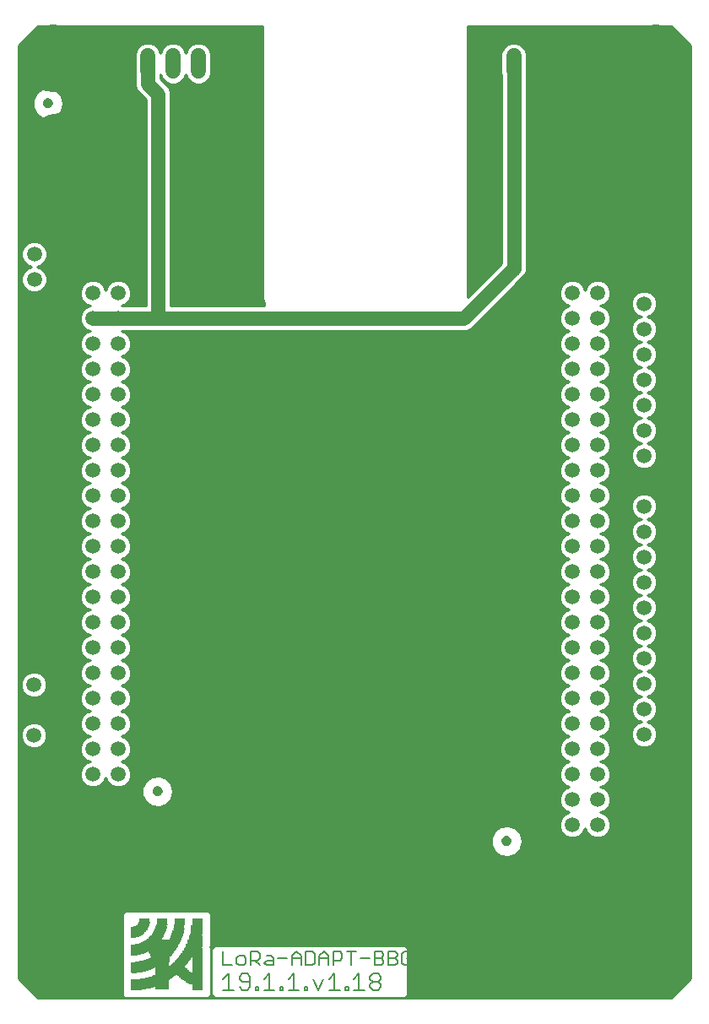
<source format=gbr>
G75*
%MOIN*%
%OFA0B0*%
%FSLAX24Y24*%
%IPPOS*%
%LPD*%
%AMOC8*
5,1,8,0,0,1.08239X$1,22.5*
%
%ADD10C,0.0060*%
%ADD11C,0.0050*%
%ADD12C,0.0594*%
%ADD13C,0.0594*%
%ADD14C,0.0197*%
%ADD15C,0.0600*%
%ADD16R,0.0201X0.0012*%
%ADD17R,0.0413X0.0012*%
%ADD18R,0.0331X0.0012*%
%ADD19R,0.0425X0.0012*%
%ADD20R,0.0496X0.0012*%
%ADD21R,0.0567X0.0012*%
%ADD22R,0.0614X0.0012*%
%ADD23R,0.0543X0.0012*%
%ADD24R,0.0673X0.0012*%
%ADD25R,0.0720X0.0012*%
%ADD26R,0.0768X0.0012*%
%ADD27R,0.0803X0.0012*%
%ADD28R,0.0850X0.0012*%
%ADD29R,0.0886X0.0012*%
%ADD30R,0.0921X0.0012*%
%ADD31R,0.1500X0.0012*%
%ADD32R,0.0461X0.0012*%
%ADD33R,0.0484X0.0012*%
%ADD34R,0.0520X0.0012*%
%ADD35R,0.0591X0.0012*%
%ADD36R,0.0626X0.0012*%
%ADD37R,0.0650X0.0012*%
%ADD38R,0.0685X0.0012*%
%ADD39R,0.0709X0.0012*%
%ADD40R,0.0744X0.0012*%
%ADD41R,0.0756X0.0012*%
%ADD42R,0.0780X0.0012*%
%ADD43R,0.1252X0.0012*%
%ADD44R,0.0791X0.0012*%
%ADD45R,0.1181X0.0012*%
%ADD46R,0.1110X0.0012*%
%ADD47R,0.0815X0.0012*%
%ADD48R,0.1075X0.0012*%
%ADD49R,0.0839X0.0012*%
%ADD50R,0.1028X0.0012*%
%ADD51R,0.1004X0.0012*%
%ADD52R,0.0862X0.0012*%
%ADD53R,0.0969X0.0012*%
%ADD54R,0.0874X0.0012*%
%ADD55R,0.0945X0.0012*%
%ADD56R,0.0933X0.0012*%
%ADD57R,0.0898X0.0012*%
%ADD58R,0.0909X0.0012*%
%ADD59R,0.0957X0.0012*%
%ADD60R,0.0827X0.0012*%
%ADD61R,0.0980X0.0012*%
%ADD62R,0.0992X0.0012*%
%ADD63R,0.1866X0.0012*%
%ADD64R,0.0224X0.0012*%
%ADD65R,0.1417X0.0012*%
%ADD66R,0.1406X0.0012*%
%ADD67R,0.0402X0.0012*%
%ADD68R,0.1382X0.0012*%
%ADD69R,0.1370X0.0012*%
%ADD70R,0.1346X0.0012*%
%ADD71R,0.1335X0.0012*%
%ADD72R,0.0602X0.0012*%
%ADD73R,0.1323X0.0012*%
%ADD74R,0.1299X0.0012*%
%ADD75R,0.1287X0.0012*%
%ADD76R,0.1276X0.0012*%
%ADD77R,0.1264X0.0012*%
%ADD78R,0.1240X0.0012*%
%ADD79R,0.1228X0.0012*%
%ADD80R,0.1217X0.0012*%
%ADD81R,0.1205X0.0012*%
%ADD82R,0.1193X0.0012*%
%ADD83R,0.2126X0.0012*%
%ADD84R,0.2114X0.0012*%
%ADD85R,0.0579X0.0012*%
%ADD86R,0.0555X0.0012*%
%ADD87R,0.1169X0.0012*%
%ADD88R,0.1063X0.0012*%
%ADD89R,0.1016X0.0012*%
%ADD90R,0.0531X0.0012*%
%ADD91R,0.0508X0.0012*%
%ADD92R,0.0732X0.0012*%
%ADD93R,0.0142X0.0012*%
%ADD94R,0.0236X0.0012*%
%ADD95R,0.0307X0.0012*%
%ADD96R,0.0354X0.0012*%
%ADD97R,0.0449X0.0012*%
%ADD98R,0.1713X0.0012*%
%ADD99R,0.1724X0.0012*%
%ADD100R,0.1736X0.0012*%
%ADD101R,0.1748X0.0012*%
%ADD102R,0.1760X0.0012*%
%ADD103R,0.1772X0.0012*%
%ADD104R,0.1783X0.0012*%
%ADD105R,0.1795X0.0012*%
%ADD106R,0.1807X0.0012*%
%ADD107R,0.0697X0.0012*%
%ADD108R,0.1819X0.0012*%
%ADD109R,0.1831X0.0012*%
%ADD110R,0.1843X0.0012*%
%ADD111R,0.0661X0.0012*%
%ADD112R,0.1854X0.0012*%
%ADD113R,0.1878X0.0012*%
%ADD114R,0.0638X0.0012*%
%ADD115R,0.1654X0.0012*%
%ADD116R,0.1618X0.0012*%
%ADD117R,0.1583X0.0012*%
%ADD118R,0.1559X0.0012*%
%ADD119R,0.1524X0.0012*%
%ADD120R,0.1512X0.0012*%
%ADD121R,0.1476X0.0012*%
%ADD122R,0.1465X0.0012*%
%ADD123R,0.1441X0.0012*%
%ADD124R,0.1394X0.0012*%
%ADD125R,0.0472X0.0012*%
%ADD126R,0.0248X0.0012*%
%ADD127R,0.0283X0.0012*%
%ADD128R,0.0378X0.0012*%
%ADD129R,0.0437X0.0012*%
%ADD130C,0.2913*%
%ADD131C,0.2677*%
%ADD132C,0.0591*%
%ADD133C,0.0278*%
%ADD134C,0.0100*%
%ADD135C,0.0320*%
%ADD136C,0.0240*%
%ADD137C,0.0120*%
%ADD138C,0.0560*%
D10*
X008743Y001536D02*
X009170Y001536D01*
X008957Y001536D02*
X008957Y002176D01*
X008743Y001963D01*
X009388Y001963D02*
X009494Y001856D01*
X009815Y001856D01*
X009815Y002069D02*
X009815Y001642D01*
X009708Y001536D01*
X009494Y001536D01*
X009388Y001642D01*
X009388Y001963D02*
X009388Y002069D01*
X009494Y002176D01*
X009708Y002176D01*
X009815Y002069D01*
X010032Y001642D02*
X010139Y001642D01*
X010139Y001536D01*
X010032Y001536D01*
X010032Y001642D01*
X010354Y001536D02*
X010781Y001536D01*
X010568Y001536D02*
X010568Y002176D01*
X010354Y001963D01*
X010999Y001642D02*
X010999Y001536D01*
X011106Y001536D01*
X011106Y001642D01*
X010999Y001642D01*
X011321Y001536D02*
X011748Y001536D01*
X011535Y001536D02*
X011535Y002176D01*
X011321Y001963D01*
X011966Y001642D02*
X011966Y001536D01*
X012072Y001536D01*
X012072Y001642D01*
X011966Y001642D01*
X012288Y001963D02*
X012502Y001536D01*
X012715Y001963D01*
X012933Y001963D02*
X013146Y002176D01*
X013146Y001536D01*
X012933Y001536D02*
X013360Y001536D01*
X013577Y001536D02*
X013577Y001642D01*
X013684Y001642D01*
X013684Y001536D01*
X013577Y001536D01*
X013899Y001536D02*
X014326Y001536D01*
X014113Y001536D02*
X014113Y002176D01*
X013899Y001963D01*
X014544Y001963D02*
X014544Y002069D01*
X014651Y002176D01*
X014864Y002176D01*
X014971Y002069D01*
X014971Y001963D01*
X014864Y001856D01*
X014651Y001856D01*
X014544Y001963D01*
X014651Y001856D02*
X014544Y001749D01*
X014544Y001642D01*
X014651Y001536D01*
X014864Y001536D01*
X014971Y001642D01*
X014971Y001749D01*
X014864Y001856D01*
D11*
X014990Y002515D02*
X014719Y002515D01*
X014719Y003056D01*
X014990Y003056D01*
X015080Y002966D01*
X015080Y002875D01*
X014990Y002785D01*
X014719Y002785D01*
X014536Y002785D02*
X014176Y002785D01*
X013993Y003056D02*
X013632Y003056D01*
X013812Y003056D02*
X013812Y002515D01*
X013449Y002785D02*
X013449Y002966D01*
X013359Y003056D01*
X013088Y003056D01*
X013088Y002515D01*
X013088Y002695D02*
X013359Y002695D01*
X013449Y002785D01*
X012905Y002785D02*
X012544Y002785D01*
X012544Y002875D02*
X012544Y002515D01*
X012361Y002605D02*
X012361Y002966D01*
X012271Y003056D01*
X012001Y003056D01*
X012001Y002515D01*
X012271Y002515D01*
X012361Y002605D01*
X012544Y002875D02*
X012725Y003056D01*
X012905Y002875D01*
X012905Y002515D01*
X011818Y002515D02*
X011818Y002875D01*
X011637Y003056D01*
X011457Y002875D01*
X011457Y002515D01*
X011457Y002785D02*
X011818Y002785D01*
X011274Y002785D02*
X010913Y002785D01*
X010730Y002785D02*
X010640Y002875D01*
X010459Y002875D01*
X010459Y002695D02*
X010730Y002695D01*
X010730Y002785D02*
X010730Y002515D01*
X010459Y002515D01*
X010369Y002605D01*
X010459Y002695D01*
X010186Y002785D02*
X010186Y002966D01*
X010096Y003056D01*
X009826Y003056D01*
X009826Y002515D01*
X009826Y002695D02*
X010096Y002695D01*
X010186Y002785D01*
X010006Y002695D02*
X010186Y002515D01*
X009642Y002605D02*
X009642Y002785D01*
X009552Y002875D01*
X009372Y002875D01*
X009282Y002785D01*
X009282Y002605D01*
X009372Y002515D01*
X009552Y002515D01*
X009642Y002605D01*
X009099Y002515D02*
X008738Y002515D01*
X008738Y003056D01*
X014990Y002785D02*
X015080Y002695D01*
X015080Y002605D01*
X014990Y002515D01*
X015263Y002515D02*
X015263Y003056D01*
X015534Y003056D01*
X015624Y002966D01*
X015624Y002875D01*
X015534Y002785D01*
X015263Y002785D01*
X015263Y002515D02*
X015534Y002515D01*
X015624Y002605D01*
X015624Y002695D01*
X015534Y002785D01*
X015807Y002966D02*
X015807Y002605D01*
X015897Y002515D01*
X016078Y002515D01*
X016168Y002605D01*
X016168Y002785D01*
X015987Y002785D01*
X015807Y002966D02*
X015897Y003056D01*
X016078Y003056D01*
X016168Y002966D01*
D12*
X022532Y008049D03*
X022532Y009049D03*
X022532Y010049D03*
X022532Y011049D03*
X022532Y012049D03*
X022532Y013049D03*
X022532Y014049D03*
X022532Y015049D03*
X022532Y016049D03*
X022532Y017049D03*
X022532Y018049D03*
X022532Y019049D03*
X022532Y020049D03*
X022532Y021049D03*
X022532Y022049D03*
X022532Y023049D03*
X022532Y024049D03*
X022532Y025049D03*
X022532Y026049D03*
X022532Y027049D03*
X022532Y028049D03*
X022532Y029049D03*
X022532Y030049D03*
X023532Y030049D03*
X023532Y029049D03*
X023532Y028049D03*
X023532Y027049D03*
X023532Y026049D03*
X023532Y025049D03*
X023532Y024049D03*
X023532Y023049D03*
X023532Y022049D03*
X023532Y021049D03*
X023532Y020049D03*
X023532Y019049D03*
X023532Y018049D03*
X023532Y017049D03*
X023532Y016049D03*
X023532Y015049D03*
X023532Y014049D03*
X023532Y013049D03*
X023532Y012049D03*
X023532Y011049D03*
X023532Y010049D03*
X023532Y009049D03*
X023532Y008049D03*
X025370Y010631D03*
X025370Y011631D03*
X025370Y012631D03*
X025370Y013631D03*
X025370Y014631D03*
X025370Y015631D03*
X025370Y016631D03*
X025370Y017631D03*
X025370Y018631D03*
X025370Y019631D03*
X025370Y020631D03*
X025370Y021631D03*
X025370Y022631D03*
X025370Y023631D03*
X025370Y024631D03*
X025370Y025631D03*
X025370Y026631D03*
X025370Y027631D03*
X025370Y028631D03*
X025370Y029631D03*
X004603Y030049D03*
X004603Y029049D03*
X004603Y028049D03*
X004603Y027049D03*
X004603Y026049D03*
X004603Y025049D03*
X004603Y024049D03*
X004603Y023049D03*
X004603Y022049D03*
X004603Y021049D03*
X004603Y020049D03*
X004603Y019049D03*
X004603Y018049D03*
X004603Y017049D03*
X004603Y016049D03*
X004603Y015049D03*
X004603Y014049D03*
X004603Y013049D03*
X004603Y012049D03*
X004603Y011049D03*
X004603Y010049D03*
X004603Y009049D03*
X004603Y008049D03*
X003603Y008049D03*
X003603Y009049D03*
X003603Y010049D03*
X003603Y011049D03*
X003603Y012049D03*
X003603Y013049D03*
X003603Y014049D03*
X003603Y015049D03*
X003603Y016049D03*
X003603Y017049D03*
X003603Y018049D03*
X003603Y019049D03*
X003603Y020049D03*
X003603Y021049D03*
X003603Y022049D03*
X003603Y023049D03*
X003603Y024049D03*
X003603Y025049D03*
X003603Y026049D03*
X003603Y027049D03*
X003603Y028049D03*
X003603Y029049D03*
X003603Y030049D03*
X001284Y029592D03*
X001284Y028592D03*
X001284Y030592D03*
X001276Y013592D03*
X001276Y012592D03*
X001276Y011592D03*
D13*
X020221Y037823D02*
X020221Y038417D01*
X021221Y038417D02*
X021221Y037823D01*
D14*
X001725Y036545D02*
X001727Y036564D01*
X001732Y036583D01*
X001742Y036599D01*
X001754Y036614D01*
X001769Y036626D01*
X001785Y036636D01*
X001804Y036641D01*
X001823Y036643D01*
X001842Y036641D01*
X001861Y036636D01*
X001877Y036626D01*
X001892Y036614D01*
X001904Y036599D01*
X001914Y036583D01*
X001919Y036564D01*
X001921Y036545D01*
X001919Y036526D01*
X001914Y036507D01*
X001904Y036491D01*
X001892Y036476D01*
X001877Y036464D01*
X001861Y036454D01*
X001842Y036449D01*
X001823Y036447D01*
X001804Y036449D01*
X001785Y036454D01*
X001769Y036464D01*
X001754Y036476D01*
X001742Y036491D01*
X001732Y036507D01*
X001727Y036526D01*
X001725Y036545D01*
X006056Y009380D02*
X006058Y009399D01*
X006063Y009418D01*
X006073Y009434D01*
X006085Y009449D01*
X006100Y009461D01*
X006116Y009471D01*
X006135Y009476D01*
X006154Y009478D01*
X006173Y009476D01*
X006192Y009471D01*
X006208Y009461D01*
X006223Y009449D01*
X006235Y009434D01*
X006245Y009418D01*
X006250Y009399D01*
X006252Y009380D01*
X006250Y009361D01*
X006245Y009342D01*
X006235Y009326D01*
X006223Y009311D01*
X006208Y009299D01*
X006192Y009289D01*
X006173Y009284D01*
X006154Y009282D01*
X006135Y009284D01*
X006116Y009289D01*
X006100Y009299D01*
X006085Y009311D01*
X006073Y009326D01*
X006063Y009342D01*
X006058Y009361D01*
X006056Y009380D01*
X019835Y007411D02*
X019837Y007430D01*
X019842Y007449D01*
X019852Y007465D01*
X019864Y007480D01*
X019879Y007492D01*
X019895Y007502D01*
X019914Y007507D01*
X019933Y007509D01*
X019952Y007507D01*
X019971Y007502D01*
X019987Y007492D01*
X020002Y007480D01*
X020014Y007465D01*
X020024Y007449D01*
X020029Y007430D01*
X020031Y007411D01*
X020029Y007392D01*
X020024Y007373D01*
X020014Y007357D01*
X020002Y007342D01*
X019987Y007330D01*
X019971Y007320D01*
X019952Y007315D01*
X019933Y007313D01*
X019914Y007315D01*
X019895Y007320D01*
X019879Y007330D01*
X019864Y007342D01*
X019852Y007357D01*
X019842Y007373D01*
X019837Y007392D01*
X019835Y007411D01*
D15*
X008762Y037811D02*
X008762Y038411D01*
X007762Y038411D02*
X007762Y037811D01*
X006762Y037811D02*
X006762Y038411D01*
X005762Y038411D02*
X005762Y037811D01*
D16*
X005209Y003596D03*
X005209Y001506D03*
D17*
X005315Y003691D03*
X005646Y004246D03*
X005646Y004257D03*
X005646Y004269D03*
X005646Y004281D03*
X005646Y004293D03*
X005646Y004305D03*
X005646Y004317D03*
X005646Y004328D03*
X006331Y004328D03*
X006331Y004151D03*
X007016Y004080D03*
X007016Y004069D03*
X007016Y004057D03*
X007028Y004163D03*
X007028Y004175D03*
X007028Y004187D03*
X007028Y004198D03*
X007028Y004210D03*
X007028Y004222D03*
X007028Y004234D03*
X007028Y004246D03*
X007028Y004257D03*
X007028Y004269D03*
X007028Y004281D03*
X007028Y004293D03*
X007028Y004305D03*
X007028Y004317D03*
X007028Y004328D03*
X007725Y004328D03*
X007725Y004317D03*
X007725Y004305D03*
X007725Y004293D03*
X007725Y004281D03*
X007725Y004269D03*
X007725Y004257D03*
X007725Y004246D03*
X007725Y004234D03*
X007725Y002805D03*
X007725Y002793D03*
X007725Y002781D03*
X007725Y002769D03*
X007725Y002757D03*
X007725Y002746D03*
X007725Y002734D03*
X007725Y002722D03*
X007725Y002710D03*
X007725Y002698D03*
X007725Y002687D03*
X007725Y002675D03*
X007725Y002663D03*
X007725Y002651D03*
X007725Y002639D03*
X007725Y002628D03*
X007725Y002616D03*
X007725Y002604D03*
X007725Y002592D03*
X007725Y002580D03*
X007725Y002569D03*
X007725Y002557D03*
X007725Y002545D03*
X007725Y002533D03*
X007725Y002521D03*
X007725Y002509D03*
X007725Y002498D03*
X007725Y002486D03*
X007725Y002474D03*
X007725Y002462D03*
X007725Y002450D03*
X007725Y002439D03*
X007725Y002427D03*
X007725Y002415D03*
X007725Y002403D03*
X007725Y002391D03*
X007725Y002380D03*
X007725Y002368D03*
X007725Y002356D03*
X007725Y002344D03*
X007725Y002332D03*
X007725Y002320D03*
X007725Y002309D03*
X007725Y002297D03*
X007725Y002285D03*
X007725Y002273D03*
X007725Y002261D03*
X007725Y002250D03*
X007725Y002238D03*
X007725Y002226D03*
X007725Y002214D03*
X007725Y002202D03*
X007725Y001718D03*
X007725Y001706D03*
X007725Y001694D03*
X007725Y001683D03*
X007725Y001671D03*
X007725Y001659D03*
X007725Y001647D03*
X007725Y001635D03*
X007725Y001624D03*
X007725Y001612D03*
X007725Y001600D03*
X007725Y001588D03*
X007725Y001576D03*
X007725Y001565D03*
X007725Y001553D03*
X007725Y001541D03*
X007725Y001529D03*
X007725Y001517D03*
X007725Y001506D03*
D18*
X005274Y001517D03*
X005274Y002214D03*
X005274Y003643D03*
D19*
X005640Y004210D03*
X005640Y004222D03*
X005640Y004234D03*
X006325Y004139D03*
X006325Y004128D03*
X006325Y004116D03*
X006325Y004104D03*
X006325Y004092D03*
X006313Y004069D03*
X006313Y004057D03*
X006313Y004045D03*
X006302Y003998D03*
X006337Y004163D03*
X006337Y004175D03*
X006337Y004187D03*
X006337Y004198D03*
X006337Y004210D03*
X006337Y004222D03*
X006337Y004234D03*
X006337Y004246D03*
X006337Y004257D03*
X006337Y004269D03*
X006337Y004281D03*
X006337Y004293D03*
X006337Y004305D03*
X006337Y004317D03*
X006963Y003797D03*
X006975Y003844D03*
X006987Y003880D03*
X006987Y003891D03*
X006987Y003903D03*
X006998Y003939D03*
X006998Y003950D03*
X006998Y003962D03*
X006998Y003974D03*
X007010Y003986D03*
X007010Y003998D03*
X007010Y004009D03*
X007010Y004021D03*
X007010Y004033D03*
X007010Y004045D03*
X007022Y004092D03*
X007022Y004104D03*
X007022Y004116D03*
X007022Y004128D03*
X007022Y004139D03*
X007022Y004151D03*
X007719Y004151D03*
X007719Y004139D03*
X007719Y004128D03*
X007719Y004116D03*
X007719Y004104D03*
X007719Y004092D03*
X007719Y004080D03*
X007719Y004069D03*
X007719Y004057D03*
X007719Y004163D03*
X007719Y004175D03*
X007719Y004187D03*
X007719Y004198D03*
X007719Y004210D03*
X007719Y004222D03*
X007719Y001730D03*
X005321Y001529D03*
D20*
X005357Y001541D03*
X005357Y003750D03*
X005569Y004057D03*
X006148Y003667D03*
X006160Y003679D03*
X006136Y003643D03*
X007683Y003679D03*
X007683Y003691D03*
X007683Y003702D03*
X007683Y003714D03*
D21*
X007648Y003478D03*
X007648Y003466D03*
X007069Y002592D03*
X007057Y002580D03*
X007046Y002569D03*
X007034Y002557D03*
X007022Y002545D03*
X007648Y001789D03*
X006018Y003502D03*
X006030Y003513D03*
X005392Y003820D03*
X005510Y004009D03*
X005392Y002261D03*
X005392Y001553D03*
D22*
X005416Y001565D03*
X005416Y003880D03*
X005487Y003998D03*
X007624Y003360D03*
X007624Y003348D03*
X007624Y001813D03*
D23*
X007660Y001777D03*
X007117Y002651D03*
X007128Y002663D03*
X007140Y002675D03*
X007152Y002687D03*
X007660Y003525D03*
X007660Y003537D03*
X007660Y003549D03*
X006337Y001647D03*
X006337Y001635D03*
X006337Y001624D03*
X006337Y001612D03*
X006337Y001600D03*
X006337Y001588D03*
X006337Y001576D03*
X006337Y001565D03*
X005380Y002982D03*
X005380Y003797D03*
X005534Y004021D03*
X006065Y003549D03*
D24*
X005445Y003974D03*
X005445Y003986D03*
X005445Y001576D03*
X007595Y001848D03*
X007595Y003218D03*
X007595Y003230D03*
D25*
X007571Y003147D03*
X007571Y003135D03*
X007571Y001883D03*
X006272Y002817D03*
X006248Y002793D03*
X005469Y002309D03*
X005469Y001588D03*
D26*
X005493Y001600D03*
X006225Y002769D03*
X007548Y003053D03*
X007548Y003065D03*
D27*
X007530Y003006D03*
X007530Y001943D03*
X006467Y002108D03*
X005510Y001612D03*
D28*
X005534Y001624D03*
X006396Y002072D03*
X006183Y002734D03*
X006290Y002911D03*
X007506Y002935D03*
X007506Y001978D03*
D29*
X007489Y002013D03*
X007489Y002887D03*
X006296Y002935D03*
X006355Y002049D03*
X005552Y001635D03*
D30*
X005569Y001647D03*
X005569Y002391D03*
X006302Y002958D03*
X007471Y002840D03*
X007471Y002049D03*
D31*
X005859Y001919D03*
X005859Y001907D03*
X005859Y001895D03*
X005859Y001883D03*
X005859Y001872D03*
X005859Y001860D03*
X005859Y001848D03*
X005859Y001836D03*
X005859Y001824D03*
X005859Y001813D03*
X005859Y001801D03*
X005859Y001789D03*
X005859Y001777D03*
X005859Y001765D03*
X005859Y001754D03*
X005859Y001742D03*
X005859Y001730D03*
X005859Y001718D03*
X005859Y001706D03*
X005859Y001694D03*
X005859Y001683D03*
X005859Y001671D03*
X005859Y001659D03*
X005859Y002450D03*
X005859Y002462D03*
X005859Y002474D03*
X005859Y002486D03*
X005859Y002498D03*
X005859Y002509D03*
X005859Y002521D03*
X005859Y002533D03*
X005859Y002545D03*
X005859Y002557D03*
X005859Y002569D03*
X005859Y002580D03*
X005859Y002592D03*
X005859Y002604D03*
D32*
X005339Y002238D03*
X006213Y003773D03*
X006225Y003797D03*
X006237Y003820D03*
X006248Y003844D03*
X006863Y003537D03*
X006863Y003525D03*
X006874Y003549D03*
X006874Y003561D03*
X006886Y003572D03*
X006886Y003584D03*
X006898Y003608D03*
X006851Y003502D03*
X007701Y003832D03*
X007701Y003844D03*
X007701Y003856D03*
X007701Y003868D03*
X007701Y003880D03*
X007701Y001742D03*
X005599Y004104D03*
X005611Y004128D03*
D33*
X005587Y004080D03*
X005575Y004069D03*
X005351Y003738D03*
X005351Y002958D03*
X006166Y003691D03*
X006178Y003702D03*
X006178Y003714D03*
X006189Y003726D03*
X006201Y003750D03*
X007689Y003750D03*
X007689Y003761D03*
X007689Y003738D03*
X007689Y003726D03*
X007689Y001754D03*
D34*
X007672Y001765D03*
X007187Y002734D03*
X007199Y002746D03*
X007211Y002769D03*
X007223Y002781D03*
X007235Y002793D03*
X007672Y003596D03*
X007672Y003608D03*
X007672Y003620D03*
X007672Y003631D03*
X006113Y003608D03*
X006101Y003596D03*
X005557Y004045D03*
X005546Y004033D03*
X005369Y003773D03*
X005369Y002250D03*
D35*
X005404Y003844D03*
X006951Y002474D03*
X006963Y002486D03*
X007636Y001801D03*
X007636Y003407D03*
X007636Y003419D03*
D36*
X007619Y003336D03*
X007619Y003324D03*
X007619Y001824D03*
X005422Y003017D03*
X005422Y003891D03*
D37*
X005433Y003927D03*
X005433Y003939D03*
X005433Y003029D03*
X005433Y002285D03*
X007607Y001836D03*
X007607Y003265D03*
X007607Y003277D03*
X007607Y003289D03*
D38*
X007589Y003206D03*
X007589Y001860D03*
X005451Y002297D03*
D39*
X006266Y002805D03*
X007577Y003159D03*
X007577Y003171D03*
X007577Y001872D03*
D40*
X007559Y001895D03*
X007559Y003100D03*
X006237Y002781D03*
X005481Y002320D03*
D41*
X006278Y002840D03*
X007554Y003076D03*
X007554Y003088D03*
X007554Y001907D03*
D42*
X007542Y001919D03*
X007542Y003041D03*
X006278Y002852D03*
X005498Y002332D03*
D43*
X005994Y001931D03*
X006691Y002332D03*
D44*
X006213Y002757D03*
X006284Y002864D03*
X007536Y003017D03*
X007536Y003029D03*
X007536Y001931D03*
D45*
X006656Y002403D03*
X006054Y001943D03*
D46*
X006101Y001954D03*
X006054Y002651D03*
D47*
X006201Y002746D03*
X006284Y002876D03*
X006284Y002887D03*
X006473Y002120D03*
X005516Y002344D03*
X007524Y001954D03*
X007524Y002982D03*
X007524Y002994D03*
D48*
X006142Y001966D03*
D49*
X006426Y002084D03*
X006485Y002131D03*
X006284Y002899D03*
X005528Y002356D03*
X007512Y001966D03*
X007512Y002946D03*
X007512Y002958D03*
D50*
X006178Y001978D03*
D51*
X006213Y001990D03*
X006307Y003017D03*
X007430Y002131D03*
D52*
X007500Y001990D03*
X007500Y002911D03*
X007500Y002923D03*
X005540Y002368D03*
D53*
X006243Y002002D03*
X006302Y002994D03*
X007447Y002096D03*
D54*
X007494Y002002D03*
X007494Y002899D03*
X006290Y002923D03*
X006172Y002722D03*
X006372Y002061D03*
D55*
X006266Y002013D03*
X006136Y002698D03*
X005581Y002403D03*
X007459Y002072D03*
X007459Y002817D03*
D56*
X007465Y002828D03*
X007465Y002061D03*
X006296Y002025D03*
X006296Y002970D03*
D57*
X006325Y002037D03*
X005557Y002380D03*
X007483Y002025D03*
X007483Y002864D03*
X007483Y002876D03*
D58*
X007477Y002852D03*
X007477Y002037D03*
X006154Y002710D03*
X006296Y002946D03*
D59*
X006296Y002982D03*
X007453Y002084D03*
D60*
X007518Y002970D03*
X006443Y002096D03*
D61*
X006119Y002687D03*
X007441Y002108D03*
D62*
X007435Y002120D03*
X006302Y003006D03*
D63*
X006042Y003265D03*
X006042Y003277D03*
X006998Y002191D03*
X006998Y002179D03*
X006998Y002167D03*
X006998Y002155D03*
X006998Y002143D03*
D64*
X005221Y002202D03*
D65*
X006349Y003443D03*
X006774Y002202D03*
D66*
X006768Y002214D03*
X006367Y003454D03*
D67*
X005309Y003679D03*
X005309Y002935D03*
X005309Y002226D03*
D68*
X006756Y002226D03*
D69*
X006750Y002238D03*
X006384Y003478D03*
D70*
X005935Y002616D03*
X006739Y002250D03*
D71*
X006733Y002261D03*
D72*
X006933Y002450D03*
X006945Y002462D03*
X007630Y003372D03*
X007630Y003383D03*
X007630Y003395D03*
X005410Y003006D03*
X005410Y002273D03*
X005410Y003856D03*
X005410Y003868D03*
D73*
X006727Y002273D03*
D74*
X006715Y002285D03*
D75*
X006709Y002297D03*
D76*
X006703Y002309D03*
D77*
X006697Y002320D03*
D78*
X006685Y002344D03*
X005989Y002628D03*
D79*
X006680Y002356D03*
D80*
X006674Y002368D03*
D81*
X006668Y002380D03*
D82*
X006662Y002391D03*
D83*
X006172Y002415D03*
D84*
X006166Y002427D03*
X006166Y002439D03*
D85*
X006000Y003490D03*
X005398Y003832D03*
X005398Y002994D03*
X006981Y002498D03*
X006993Y002509D03*
X007004Y002521D03*
X007016Y002533D03*
X007642Y003431D03*
X007642Y003443D03*
X007642Y003454D03*
D86*
X007654Y003490D03*
X007654Y003502D03*
X007654Y003513D03*
X007111Y002639D03*
X007099Y002628D03*
X007087Y002616D03*
X007075Y002604D03*
X006048Y003537D03*
X006036Y003525D03*
X005386Y003809D03*
D87*
X006024Y002639D03*
D88*
X006077Y002663D03*
D89*
X006101Y002675D03*
X006302Y003029D03*
D90*
X006071Y003561D03*
X006083Y003572D03*
X006095Y003584D03*
X005374Y003785D03*
X007158Y002698D03*
X007170Y002710D03*
X007181Y002722D03*
X007205Y002757D03*
X007666Y003561D03*
X007666Y003572D03*
X007666Y003584D03*
D91*
X007678Y003643D03*
X007678Y003655D03*
X007678Y003667D03*
X007241Y002805D03*
X006130Y003631D03*
X006119Y003620D03*
X006142Y003655D03*
X005363Y003761D03*
X005363Y002970D03*
D92*
X006278Y002828D03*
X007565Y003112D03*
X007565Y003124D03*
D93*
X005180Y002887D03*
X005180Y003584D03*
D94*
X005227Y002899D03*
D95*
X005262Y002911D03*
X005262Y003631D03*
D96*
X005286Y003655D03*
X005286Y002923D03*
D97*
X005333Y002946D03*
X005333Y003714D03*
X005605Y004116D03*
X005617Y004139D03*
X006266Y003903D03*
X006266Y003891D03*
X006266Y003880D03*
X006254Y003868D03*
X006254Y003856D03*
X006243Y003832D03*
X006278Y003915D03*
X006278Y003927D03*
X006290Y003962D03*
X006939Y003726D03*
X006939Y003714D03*
X006928Y003691D03*
X006928Y003679D03*
X006916Y003655D03*
X006916Y003643D03*
X006904Y003631D03*
X006904Y003620D03*
X006892Y003596D03*
X007707Y003891D03*
X007707Y003903D03*
X007707Y003915D03*
X007707Y003927D03*
X007707Y003939D03*
X007707Y003950D03*
D98*
X005965Y003041D03*
D99*
X005971Y003053D03*
X006136Y003313D03*
D100*
X005977Y003076D03*
X005977Y003065D03*
D101*
X005983Y003088D03*
D102*
X005989Y003100D03*
X005989Y003112D03*
D103*
X005994Y003124D03*
D104*
X006000Y003135D03*
X006000Y003147D03*
D105*
X006006Y003159D03*
D106*
X006012Y003171D03*
X006012Y003183D03*
D107*
X007583Y003183D03*
X007583Y003194D03*
D108*
X006018Y003194D03*
D109*
X006024Y003206D03*
X006024Y003218D03*
D110*
X006030Y003230D03*
X006030Y003242D03*
D111*
X005439Y003950D03*
X005439Y003962D03*
X007601Y003254D03*
X007601Y003242D03*
D112*
X006036Y003254D03*
D113*
X006048Y003289D03*
X006048Y003301D03*
D114*
X005428Y003903D03*
X005428Y003915D03*
X007613Y003313D03*
X007613Y003301D03*
D115*
X006172Y003324D03*
D116*
X006201Y003336D03*
D117*
X006219Y003348D03*
D118*
X006243Y003360D03*
D119*
X006260Y003372D03*
D120*
X006278Y003383D03*
D121*
X006296Y003395D03*
D122*
X006313Y003407D03*
D123*
X006325Y003419D03*
X006337Y003431D03*
D124*
X006372Y003466D03*
D125*
X006195Y003738D03*
X006207Y003761D03*
X006219Y003785D03*
X006231Y003809D03*
X006845Y003490D03*
X006857Y003513D03*
X007695Y003773D03*
X007695Y003785D03*
X007695Y003797D03*
X007695Y003809D03*
X007695Y003820D03*
X005593Y004092D03*
X005345Y003726D03*
D126*
X005233Y003608D03*
D127*
X005250Y003620D03*
D128*
X005298Y003667D03*
D129*
X005327Y003702D03*
X005622Y004151D03*
X005622Y004163D03*
X005634Y004175D03*
X005634Y004187D03*
X005634Y004198D03*
X006307Y004033D03*
X006307Y004021D03*
X006307Y004009D03*
X006296Y003986D03*
X006296Y003974D03*
X006284Y003950D03*
X006284Y003939D03*
X006319Y004080D03*
X006957Y003785D03*
X006957Y003773D03*
X006957Y003761D03*
X006945Y003750D03*
X006945Y003738D03*
X006933Y003702D03*
X006922Y003667D03*
X006969Y003809D03*
X006969Y003820D03*
X006969Y003832D03*
X006981Y003856D03*
X006981Y003868D03*
X006993Y003915D03*
X006993Y003927D03*
X007713Y003962D03*
X007713Y003974D03*
X007713Y003986D03*
X007713Y003998D03*
X007713Y004009D03*
X007713Y004021D03*
X007713Y004033D03*
X007713Y004045D03*
D130*
X005244Y006214D03*
X002410Y005592D03*
X004083Y031943D03*
X002410Y034726D03*
X021800Y006155D03*
X023985Y005750D03*
X023059Y031943D03*
X024063Y034706D03*
D131*
X025839Y038317D03*
X002020Y038317D03*
X002020Y002490D03*
X025839Y002490D03*
D132*
X025150Y003179D03*
X024855Y002490D03*
X025150Y001801D03*
X025839Y001506D03*
X026528Y001801D03*
X026823Y002490D03*
X026528Y003179D03*
X025839Y003474D03*
X003004Y002490D03*
X002709Y003179D03*
X002020Y003474D03*
X001331Y003179D03*
X001036Y002490D03*
X001331Y001801D03*
X002020Y001506D03*
X002709Y001801D03*
X002020Y037332D03*
X002693Y037639D03*
X003004Y038317D03*
X002741Y038970D03*
X002020Y039301D03*
X001331Y039013D03*
X001036Y038317D03*
X001327Y037612D03*
X024855Y038317D03*
X025150Y039006D03*
X025839Y039301D03*
X026528Y039006D03*
X026823Y038317D03*
X026528Y037628D03*
X025839Y037332D03*
X025150Y037628D03*
D133*
X024559Y036840D03*
X023870Y038120D03*
X022886Y039104D03*
X021902Y038120D03*
X020918Y039104D03*
X020918Y037135D03*
X021902Y036151D03*
X020918Y035167D03*
X021902Y034183D03*
X020918Y033198D03*
X020918Y031230D03*
X020918Y029261D03*
X019933Y028277D03*
X018949Y027293D03*
X019933Y026112D03*
X018949Y025128D03*
X019933Y024143D03*
X018949Y023159D03*
X019933Y022175D03*
X018949Y021387D03*
X019933Y020403D03*
X018949Y019419D03*
X019933Y018435D03*
X018949Y017450D03*
X019933Y016466D03*
X018949Y015482D03*
X019933Y014498D03*
X018949Y013513D03*
X019933Y012529D03*
X018949Y011545D03*
X019933Y010561D03*
X018949Y009576D03*
X019933Y008592D03*
X018949Y007608D03*
X019933Y006624D03*
X018949Y005639D03*
X019933Y004655D03*
X018949Y003671D03*
X019933Y002687D03*
X018949Y001702D03*
X017965Y002687D03*
X016981Y003671D03*
X015996Y004655D03*
X016981Y005639D03*
X015996Y006624D03*
X016981Y007608D03*
X015996Y008592D03*
X016981Y009576D03*
X015996Y010561D03*
X016981Y011545D03*
X015996Y012529D03*
X016981Y013513D03*
X015996Y014498D03*
X016981Y015482D03*
X015996Y016466D03*
X016981Y017450D03*
X015996Y018435D03*
X016981Y019419D03*
X015996Y020403D03*
X016981Y021387D03*
X015996Y022175D03*
X016981Y023159D03*
X015996Y024143D03*
X016981Y025128D03*
X015996Y026112D03*
X016981Y027293D03*
X017965Y026112D03*
X017965Y024143D03*
X017965Y022175D03*
X017965Y020403D03*
X017965Y018435D03*
X017965Y016466D03*
X017965Y014498D03*
X017965Y012529D03*
X017965Y010561D03*
X017965Y008592D03*
X017965Y006624D03*
X017965Y004655D03*
X016981Y001702D03*
X015012Y003671D03*
X014028Y004655D03*
X015012Y005639D03*
X014028Y006624D03*
X015012Y007608D03*
X014028Y008592D03*
X015012Y009576D03*
X014028Y010561D03*
X015012Y011545D03*
X014028Y012529D03*
X015012Y013513D03*
X014028Y014498D03*
X015012Y015482D03*
X014028Y016466D03*
X015012Y017450D03*
X014028Y018435D03*
X015012Y019419D03*
X014028Y020403D03*
X015012Y021387D03*
X014028Y022175D03*
X015012Y023159D03*
X014028Y024143D03*
X015012Y025128D03*
X014028Y026112D03*
X015012Y027293D03*
X013044Y027293D03*
X012059Y026112D03*
X013044Y025128D03*
X012059Y024143D03*
X013044Y023159D03*
X012059Y022372D03*
X013044Y021387D03*
X012059Y020403D03*
X013044Y019419D03*
X012059Y018435D03*
X013044Y017450D03*
X012059Y016466D03*
X013044Y015482D03*
X012059Y014498D03*
X013044Y013513D03*
X012059Y012529D03*
X013044Y011545D03*
X012059Y010561D03*
X013044Y009576D03*
X012059Y008592D03*
X013044Y007608D03*
X012059Y006624D03*
X013044Y005639D03*
X012059Y004655D03*
X013044Y003671D03*
X011075Y003671D03*
X010091Y004655D03*
X011075Y005639D03*
X010091Y006624D03*
X011075Y007608D03*
X010091Y008592D03*
X011075Y009576D03*
X010091Y010561D03*
X011075Y011545D03*
X010091Y012529D03*
X011075Y013513D03*
X010091Y014498D03*
X011075Y015482D03*
X010091Y016466D03*
X011075Y017450D03*
X010091Y018435D03*
X011075Y019419D03*
X010091Y020403D03*
X011075Y021387D03*
X010091Y022372D03*
X011075Y023257D03*
X010091Y024340D03*
X011075Y025128D03*
X010091Y026112D03*
X011075Y027293D03*
X010091Y028671D03*
X009107Y029261D03*
X008319Y028671D03*
X007237Y029261D03*
X008319Y030246D03*
X009107Y031230D03*
X008319Y032214D03*
X009107Y033198D03*
X008319Y034183D03*
X009107Y035167D03*
X008319Y036151D03*
X009107Y037135D03*
X010091Y036151D03*
X010091Y034183D03*
X010091Y032214D03*
X010091Y030246D03*
X009107Y027293D03*
X008122Y026309D03*
X009107Y025226D03*
X008122Y024340D03*
X009107Y023356D03*
X008122Y022372D03*
X009107Y021387D03*
X008122Y020403D03*
X009107Y019419D03*
X008122Y018435D03*
X009107Y017450D03*
X008122Y016466D03*
X009107Y015482D03*
X008122Y014498D03*
X009107Y013513D03*
X008122Y012529D03*
X009107Y011545D03*
X008122Y010561D03*
X009107Y009576D03*
X008122Y008592D03*
X009107Y007608D03*
X008122Y006624D03*
X009107Y005639D03*
X008083Y004773D03*
X009107Y003671D03*
X007138Y005639D03*
X006154Y004773D03*
X004185Y004655D03*
X003201Y003671D03*
X004185Y002687D03*
X003201Y007608D03*
X002217Y008592D03*
X001233Y007608D03*
X001233Y009576D03*
X001225Y010714D03*
X002217Y010561D03*
X002138Y014576D03*
X001233Y015482D03*
X002138Y016466D03*
X001233Y017450D03*
X002138Y018435D03*
X001233Y019419D03*
X002138Y020403D03*
X001233Y021387D03*
X002138Y022372D03*
X001233Y023356D03*
X002138Y024340D03*
X001233Y025324D03*
X002138Y026309D03*
X001233Y027293D03*
X002217Y028277D03*
X002217Y030344D03*
X002217Y032214D03*
X001233Y033198D03*
X001233Y036151D03*
X003201Y037135D03*
X004185Y036151D03*
X005170Y035167D03*
X004185Y034183D03*
X005170Y033297D03*
X007256Y033198D03*
X007256Y031230D03*
X005268Y029261D03*
X005268Y027293D03*
X006228Y026309D03*
X007138Y025324D03*
X006154Y024340D03*
X007138Y023356D03*
X006154Y022470D03*
X007138Y021387D03*
X007138Y019419D03*
X006154Y018435D03*
X007138Y017450D03*
X006154Y016466D03*
X007138Y015482D03*
X006154Y014498D03*
X007138Y013513D03*
X006154Y012529D03*
X007138Y011545D03*
X006154Y010561D03*
X007138Y009576D03*
X006154Y008592D03*
X007138Y007608D03*
X005170Y009576D03*
X005170Y011545D03*
X005170Y013513D03*
X005170Y015482D03*
X005170Y019419D03*
X005170Y021387D03*
X005268Y025226D03*
X007212Y027293D03*
X007256Y035167D03*
X007296Y037135D03*
X007138Y039104D03*
X005170Y039104D03*
X004185Y038120D03*
X003398Y039104D03*
X005170Y037135D03*
X009107Y039104D03*
X010091Y038120D03*
X018949Y039104D03*
X018949Y037135D03*
X018949Y035167D03*
X018949Y033198D03*
X018949Y031230D03*
X020918Y027293D03*
X021902Y026112D03*
X020918Y025128D03*
X021902Y024143D03*
X020918Y023159D03*
X021902Y022175D03*
X020918Y021387D03*
X021902Y020403D03*
X020918Y019419D03*
X021902Y018435D03*
X020918Y017450D03*
X021902Y016466D03*
X020918Y015482D03*
X021902Y014498D03*
X020918Y013513D03*
X021902Y012529D03*
X020918Y011545D03*
X021902Y010561D03*
X020918Y009576D03*
X021902Y008592D03*
X020918Y007608D03*
X020918Y003671D03*
X021902Y002687D03*
X020918Y001702D03*
X022886Y001702D03*
X023870Y002687D03*
X022886Y003671D03*
X024855Y003671D03*
X025839Y004655D03*
X026823Y003671D03*
X026823Y005639D03*
X025839Y006624D03*
X024855Y007608D03*
X025839Y008592D03*
X024855Y009576D03*
X024559Y011545D03*
X024559Y013513D03*
X024559Y015482D03*
X024559Y017450D03*
X024559Y019419D03*
X024559Y021387D03*
X024559Y023159D03*
X024559Y025128D03*
X024559Y027293D03*
X024559Y029261D03*
X025839Y030246D03*
X024855Y031230D03*
X025839Y032214D03*
X024855Y033198D03*
X025839Y034183D03*
X026823Y035167D03*
X025839Y036151D03*
X026823Y033198D03*
X026823Y031230D03*
X026823Y029261D03*
X026823Y027293D03*
X026823Y025324D03*
X026823Y023356D03*
X026823Y021387D03*
X026823Y019419D03*
X026823Y017450D03*
X026823Y015482D03*
X026823Y013513D03*
X026823Y011545D03*
X026823Y009576D03*
X026823Y007608D03*
X022886Y037135D03*
D134*
X004775Y001605D02*
X001038Y001605D01*
X001136Y001506D02*
X004775Y001506D01*
X004775Y001408D02*
X001235Y001408D01*
X001333Y001309D02*
X004775Y001309D01*
X004775Y001300D02*
X004857Y001218D01*
X001424Y001218D01*
X000650Y001992D01*
X000650Y038814D01*
X001424Y039588D01*
X010307Y039588D01*
X010307Y028823D01*
X010373Y028665D01*
X010373Y028539D01*
X006671Y028539D01*
X006671Y037001D01*
X006597Y037181D01*
X006459Y037319D01*
X006252Y037526D01*
X006252Y037661D01*
X006262Y037685D01*
X006329Y037522D01*
X006473Y037379D01*
X006660Y037301D01*
X006863Y037301D01*
X007051Y037379D01*
X007194Y037522D01*
X007262Y037685D01*
X007329Y037522D01*
X007473Y037379D01*
X007660Y037301D01*
X007863Y037301D01*
X008051Y037379D01*
X008194Y037522D01*
X008272Y037710D01*
X008272Y038512D01*
X008194Y038700D01*
X008051Y038843D01*
X007863Y038921D01*
X007660Y038921D01*
X007473Y038843D01*
X007329Y038700D01*
X007262Y038537D01*
X007194Y038700D01*
X007051Y038843D01*
X006863Y038921D01*
X006660Y038921D01*
X006473Y038843D01*
X006329Y038700D01*
X006262Y038537D01*
X006194Y038700D01*
X006051Y038843D01*
X005863Y038921D01*
X005660Y038921D01*
X005473Y038843D01*
X005329Y038700D01*
X005252Y038512D01*
X005252Y037710D01*
X005272Y037661D01*
X005272Y037225D01*
X005346Y037045D01*
X005691Y036700D01*
X005691Y028539D01*
X004744Y028539D01*
X004720Y028549D01*
X004890Y028619D01*
X005032Y028762D01*
X005110Y028948D01*
X005110Y029150D01*
X005032Y029336D01*
X004890Y029479D01*
X004704Y029556D01*
X004502Y029556D01*
X004316Y029479D01*
X004173Y029336D01*
X004103Y029166D01*
X004032Y029336D01*
X003890Y029479D01*
X003704Y029556D01*
X003502Y029556D01*
X003316Y029479D01*
X003173Y029336D01*
X003096Y029150D01*
X003096Y028948D01*
X003173Y028762D01*
X003316Y028619D01*
X003485Y028549D01*
X003316Y028479D01*
X003173Y028336D01*
X003096Y028150D01*
X003096Y027948D01*
X003173Y027762D01*
X003316Y027619D01*
X003485Y027549D01*
X003316Y027479D01*
X003173Y027336D01*
X003096Y027150D01*
X003096Y026948D01*
X003173Y026762D01*
X003316Y026619D01*
X003485Y026549D01*
X003316Y026479D01*
X003173Y026336D01*
X003096Y026150D01*
X003096Y025948D01*
X003173Y025762D01*
X003316Y025619D01*
X003485Y025549D01*
X003316Y025479D01*
X003173Y025336D01*
X003096Y025150D01*
X003096Y024948D01*
X003173Y024762D01*
X003316Y024619D01*
X003485Y024549D01*
X003316Y024479D01*
X003173Y024336D01*
X003096Y024150D01*
X003096Y023948D01*
X003173Y023762D01*
X003316Y023619D01*
X003485Y023549D01*
X003316Y023479D01*
X003173Y023336D01*
X003096Y023150D01*
X003096Y022948D01*
X003173Y022762D01*
X003316Y022619D01*
X003485Y022549D01*
X003316Y022479D01*
X003173Y022336D01*
X003096Y022150D01*
X003096Y021948D01*
X003173Y021762D01*
X003316Y021619D01*
X003485Y021549D01*
X003316Y021479D01*
X003173Y021336D01*
X003096Y021150D01*
X003096Y020948D01*
X003173Y020762D01*
X003316Y020619D01*
X003485Y020549D01*
X003316Y020479D01*
X003173Y020336D01*
X003096Y020150D01*
X003096Y019948D01*
X003173Y019762D01*
X003316Y019619D01*
X003485Y019549D01*
X003316Y019479D01*
X003173Y019336D01*
X003096Y019150D01*
X003096Y018948D01*
X003173Y018762D01*
X003316Y018619D01*
X003485Y018549D01*
X003316Y018479D01*
X003173Y018336D01*
X003096Y018150D01*
X003096Y017948D01*
X003173Y017762D01*
X003316Y017619D01*
X003485Y017549D01*
X003316Y017479D01*
X003173Y017336D01*
X003096Y017150D01*
X003096Y016948D01*
X003173Y016762D01*
X003316Y016619D01*
X003485Y016549D01*
X003316Y016479D01*
X003173Y016336D01*
X003096Y016150D01*
X003096Y015948D01*
X003173Y015762D01*
X003316Y015619D01*
X003485Y015549D01*
X003316Y015479D01*
X003173Y015336D01*
X003096Y015150D01*
X003096Y014948D01*
X003173Y014762D01*
X003316Y014619D01*
X003485Y014549D01*
X003316Y014479D01*
X003173Y014336D01*
X003096Y014150D01*
X003096Y013948D01*
X003173Y013762D01*
X003316Y013619D01*
X003485Y013549D01*
X003316Y013479D01*
X003173Y013336D01*
X003096Y013150D01*
X003096Y012948D01*
X003173Y012762D01*
X003316Y012619D01*
X003485Y012549D01*
X003316Y012479D01*
X003173Y012336D01*
X003096Y012150D01*
X003096Y011948D01*
X003173Y011762D01*
X003316Y011619D01*
X003485Y011549D01*
X003316Y011479D01*
X003173Y011336D01*
X003096Y011150D01*
X003096Y010948D01*
X003173Y010762D01*
X003316Y010619D01*
X003485Y010549D01*
X003316Y010479D01*
X003173Y010336D01*
X003096Y010150D01*
X003096Y009948D01*
X003173Y009762D01*
X003316Y009619D01*
X003502Y009542D01*
X003704Y009542D01*
X003890Y009619D01*
X004032Y009762D01*
X004103Y009931D01*
X004173Y009762D01*
X004316Y009619D01*
X004502Y009542D01*
X004704Y009542D01*
X004890Y009619D01*
X005032Y009762D01*
X005110Y009948D01*
X005110Y010150D01*
X005032Y010336D01*
X004890Y010479D01*
X004720Y010549D01*
X004890Y010619D01*
X005032Y010762D01*
X005110Y010948D01*
X005110Y011150D01*
X005032Y011336D01*
X004890Y011479D01*
X004720Y011549D01*
X004890Y011619D01*
X005032Y011762D01*
X005110Y011948D01*
X005110Y012150D01*
X005032Y012336D01*
X004890Y012479D01*
X004720Y012549D01*
X004890Y012619D01*
X005032Y012762D01*
X005110Y012948D01*
X005110Y013150D01*
X005032Y013336D01*
X004890Y013479D01*
X004720Y013549D01*
X004890Y013619D01*
X005032Y013762D01*
X005110Y013948D01*
X005110Y014150D01*
X005032Y014336D01*
X004890Y014479D01*
X004720Y014549D01*
X004890Y014619D01*
X005032Y014762D01*
X005110Y014948D01*
X005110Y015150D01*
X005032Y015336D01*
X004890Y015479D01*
X004720Y015549D01*
X004890Y015619D01*
X005032Y015762D01*
X005110Y015948D01*
X005110Y016150D01*
X005032Y016336D01*
X004890Y016479D01*
X004720Y016549D01*
X004890Y016619D01*
X005032Y016762D01*
X005110Y016948D01*
X005110Y017150D01*
X005032Y017336D01*
X004890Y017479D01*
X004720Y017549D01*
X004890Y017619D01*
X005032Y017762D01*
X005110Y017948D01*
X005110Y018150D01*
X005032Y018336D01*
X004890Y018479D01*
X004720Y018549D01*
X004890Y018619D01*
X005032Y018762D01*
X005110Y018948D01*
X005110Y019150D01*
X005032Y019336D01*
X004890Y019479D01*
X004720Y019549D01*
X004890Y019619D01*
X005032Y019762D01*
X005110Y019948D01*
X005110Y020150D01*
X005032Y020336D01*
X004890Y020479D01*
X004720Y020549D01*
X004890Y020619D01*
X005032Y020762D01*
X005110Y020948D01*
X005110Y021150D01*
X005032Y021336D01*
X004890Y021479D01*
X004720Y021549D01*
X004890Y021619D01*
X005032Y021762D01*
X005110Y021948D01*
X005110Y022150D01*
X005032Y022336D01*
X004890Y022479D01*
X004720Y022549D01*
X004890Y022619D01*
X005032Y022762D01*
X005110Y022948D01*
X005110Y023150D01*
X005032Y023336D01*
X004890Y023479D01*
X004720Y023549D01*
X004890Y023619D01*
X005032Y023762D01*
X005110Y023948D01*
X005110Y024150D01*
X005032Y024336D01*
X004890Y024479D01*
X004720Y024549D01*
X004890Y024619D01*
X005032Y024762D01*
X005110Y024948D01*
X005110Y025150D01*
X005032Y025336D01*
X004890Y025479D01*
X004720Y025549D01*
X004890Y025619D01*
X005032Y025762D01*
X005110Y025948D01*
X005110Y026150D01*
X005032Y026336D01*
X004890Y026479D01*
X004720Y026549D01*
X004890Y026619D01*
X005032Y026762D01*
X005110Y026948D01*
X005110Y027150D01*
X005032Y027336D01*
X004890Y027479D01*
X004720Y027549D01*
X004744Y027559D01*
X018346Y027559D01*
X018526Y027633D01*
X018664Y027771D01*
X018664Y027771D01*
X020506Y029614D01*
X020644Y029752D01*
X020719Y029932D01*
X020719Y030769D01*
X020722Y030777D01*
X020722Y037708D01*
X020728Y037722D01*
X020728Y038517D01*
X020651Y038704D01*
X020508Y038846D01*
X020322Y038923D01*
X020120Y038923D01*
X019934Y038846D01*
X019791Y038704D01*
X019714Y038517D01*
X019714Y037722D01*
X019742Y037655D01*
X019742Y031391D01*
X019739Y031383D01*
X019739Y030232D01*
X018410Y028903D01*
X018410Y039588D01*
X026435Y039588D01*
X027209Y038814D01*
X027209Y001992D01*
X026435Y001218D01*
X016045Y001218D01*
X016088Y001261D01*
X016088Y002083D01*
X016122Y002083D01*
X016146Y002086D01*
X016169Y002091D01*
X016191Y002099D01*
X016212Y002109D01*
X016232Y002121D01*
X016250Y002136D01*
X016267Y002153D01*
X016282Y002171D01*
X016294Y002191D01*
X016305Y002212D01*
X016312Y002235D01*
X016318Y002258D01*
X016320Y002281D01*
X016320Y003289D01*
X016318Y003312D01*
X016312Y003335D01*
X016305Y003358D01*
X016294Y003379D01*
X016282Y003399D01*
X016267Y003417D01*
X016250Y003434D01*
X016232Y003449D01*
X016212Y003461D01*
X016191Y003471D01*
X016169Y003479D01*
X016146Y003485D01*
X016122Y003487D01*
X008504Y003487D01*
X008481Y003485D01*
X008458Y003479D01*
X008436Y003471D01*
X008414Y003461D01*
X008394Y003449D01*
X008376Y003434D01*
X008359Y003417D01*
X008345Y003399D01*
X008332Y003379D01*
X008322Y003358D01*
X008314Y003335D01*
X008313Y003330D01*
X008272Y003330D01*
X008266Y003324D01*
X008266Y004545D01*
X008142Y004668D01*
X004898Y004668D01*
X004775Y004545D01*
X004775Y001300D01*
X004788Y001218D02*
X008150Y001218D01*
X008264Y001332D01*
X008264Y001281D01*
X008260Y001277D01*
X008280Y001348D02*
X008398Y001230D01*
X015918Y001230D01*
X016036Y001348D01*
X016052Y001348D01*
X016052Y001218D01*
X008150Y001218D01*
X008280Y001348D02*
X008280Y003147D01*
X008280Y003159D01*
X008398Y003277D01*
X015918Y003277D01*
X016036Y003159D01*
X016036Y001348D01*
X016088Y001309D02*
X026526Y001309D01*
X026625Y001408D02*
X016088Y001408D01*
X016088Y001506D02*
X026723Y001506D01*
X026822Y001605D02*
X016088Y001605D01*
X016088Y001703D02*
X026920Y001703D01*
X027019Y001802D02*
X016088Y001802D01*
X016088Y001900D02*
X027117Y001900D01*
X027209Y001999D02*
X016088Y001999D01*
X016187Y002097D02*
X027209Y002097D01*
X027209Y002196D02*
X016297Y002196D01*
X016320Y002294D02*
X027209Y002294D01*
X027209Y002393D02*
X016320Y002393D01*
X016320Y002491D02*
X027209Y002491D01*
X027209Y002590D02*
X016320Y002590D01*
X016320Y002688D02*
X027209Y002688D01*
X027209Y002787D02*
X016320Y002787D01*
X016320Y002885D02*
X027209Y002885D01*
X027209Y002984D02*
X016320Y002984D01*
X016320Y003082D02*
X027209Y003082D01*
X027209Y003181D02*
X016320Y003181D01*
X016320Y003279D02*
X027209Y003279D01*
X027209Y003378D02*
X016295Y003378D01*
X016178Y003476D02*
X027209Y003476D01*
X027209Y003575D02*
X008266Y003575D01*
X008266Y003673D02*
X027209Y003673D01*
X027209Y003772D02*
X008266Y003772D01*
X008266Y003870D02*
X027209Y003870D01*
X027209Y003969D02*
X008266Y003969D01*
X008266Y004067D02*
X027209Y004067D01*
X027209Y004166D02*
X008266Y004166D01*
X008266Y004264D02*
X027209Y004264D01*
X027209Y004363D02*
X008266Y004363D01*
X008266Y004461D02*
X027209Y004461D01*
X027209Y004560D02*
X008251Y004560D01*
X008153Y004658D02*
X027209Y004658D01*
X027209Y004757D02*
X000650Y004757D01*
X000650Y004855D02*
X027209Y004855D01*
X027209Y004954D02*
X000650Y004954D01*
X000650Y005052D02*
X027209Y005052D01*
X027209Y005151D02*
X000650Y005151D01*
X000650Y005249D02*
X027209Y005249D01*
X027209Y005348D02*
X000650Y005348D01*
X000650Y005446D02*
X027209Y005446D01*
X027209Y005545D02*
X000650Y005545D01*
X000650Y005643D02*
X027209Y005643D01*
X027209Y005742D02*
X000650Y005742D01*
X000650Y005840D02*
X027209Y005840D01*
X027209Y005939D02*
X000650Y005939D01*
X000650Y006037D02*
X027209Y006037D01*
X027209Y006136D02*
X000650Y006136D01*
X000650Y006234D02*
X027209Y006234D01*
X027209Y006333D02*
X000650Y006333D01*
X000650Y006431D02*
X027209Y006431D01*
X027209Y006530D02*
X000650Y006530D01*
X000650Y006628D02*
X027209Y006628D01*
X027209Y006727D02*
X000650Y006727D01*
X000650Y006825D02*
X019737Y006825D01*
X019712Y006828D02*
X020009Y006792D01*
X020288Y006898D01*
X020485Y007121D01*
X027209Y007121D01*
X027209Y007219D02*
X020510Y007219D01*
X020485Y007121D02*
X020557Y007411D01*
X020485Y007701D01*
X020288Y007924D01*
X020288Y007924D01*
X020009Y008030D01*
X020009Y008030D01*
X019712Y007994D01*
X019467Y007824D01*
X019328Y007560D01*
X019328Y007262D01*
X019467Y006998D01*
X019467Y006998D01*
X019712Y006828D01*
X019712Y006828D01*
X019574Y006924D02*
X000650Y006924D01*
X000650Y007022D02*
X019454Y007022D01*
X019467Y006998D02*
X019467Y006998D01*
X019402Y007121D02*
X000650Y007121D01*
X000650Y007219D02*
X019351Y007219D01*
X019328Y007262D02*
X019328Y007262D01*
X019328Y007318D02*
X000650Y007318D01*
X000650Y007416D02*
X019328Y007416D01*
X019328Y007515D02*
X000650Y007515D01*
X000650Y007613D02*
X019356Y007613D01*
X019408Y007712D02*
X000650Y007712D01*
X000650Y007810D02*
X019459Y007810D01*
X019467Y007824D02*
X019467Y007824D01*
X019467Y007824D01*
X019589Y007909D02*
X000650Y007909D01*
X000650Y008007D02*
X019821Y008007D01*
X019712Y007994D02*
X019712Y007994D01*
X020069Y008007D02*
X022025Y008007D01*
X022025Y007948D02*
X022102Y007762D01*
X022245Y007619D01*
X022431Y007542D01*
X022633Y007542D01*
X022819Y007619D01*
X022962Y007762D01*
X023032Y007931D01*
X023102Y007762D01*
X023245Y007619D01*
X023431Y007542D01*
X023633Y007542D01*
X023819Y007619D01*
X023962Y007762D01*
X024039Y007948D01*
X024039Y008150D01*
X023962Y008336D01*
X023819Y008479D01*
X023649Y008549D01*
X023819Y008619D01*
X023962Y008762D01*
X024039Y008948D01*
X024039Y009150D01*
X023962Y009336D01*
X023819Y009479D01*
X023649Y009549D01*
X023819Y009619D01*
X023962Y009762D01*
X024039Y009948D01*
X024039Y010150D01*
X023962Y010336D01*
X023819Y010479D01*
X023649Y010549D01*
X023819Y010619D01*
X023962Y010762D01*
X024039Y010948D01*
X024039Y011150D01*
X023962Y011336D01*
X023819Y011479D01*
X023649Y011549D01*
X023819Y011619D01*
X023962Y011762D01*
X024039Y011948D01*
X024039Y012150D01*
X023962Y012336D01*
X023819Y012479D01*
X023649Y012549D01*
X023819Y012619D01*
X023962Y012762D01*
X024039Y012948D01*
X024039Y013150D01*
X023962Y013336D01*
X023819Y013479D01*
X023649Y013549D01*
X023819Y013619D01*
X023962Y013762D01*
X024039Y013948D01*
X024039Y014150D01*
X023962Y014336D01*
X023819Y014479D01*
X023649Y014549D01*
X023819Y014619D01*
X023962Y014762D01*
X024039Y014948D01*
X024039Y015150D01*
X023962Y015336D01*
X023819Y015479D01*
X023649Y015549D01*
X023819Y015619D01*
X023962Y015762D01*
X024039Y015948D01*
X024039Y016150D01*
X023962Y016336D01*
X023819Y016479D01*
X023649Y016549D01*
X023819Y016619D01*
X023962Y016762D01*
X024039Y016948D01*
X024039Y017150D01*
X023962Y017336D01*
X023819Y017479D01*
X023649Y017549D01*
X023819Y017619D01*
X023962Y017762D01*
X024039Y017948D01*
X024039Y018150D01*
X023962Y018336D01*
X023819Y018479D01*
X023649Y018549D01*
X023819Y018619D01*
X023962Y018762D01*
X024039Y018948D01*
X024039Y019150D01*
X023962Y019336D01*
X023819Y019479D01*
X023649Y019549D01*
X023819Y019619D01*
X023962Y019762D01*
X024039Y019948D01*
X024039Y020150D01*
X023962Y020336D01*
X023819Y020479D01*
X023649Y020549D01*
X023819Y020619D01*
X023962Y020762D01*
X024039Y020948D01*
X024039Y021150D01*
X023962Y021336D01*
X023819Y021479D01*
X023649Y021549D01*
X023819Y021619D01*
X023962Y021762D01*
X024039Y021948D01*
X024039Y022150D01*
X023962Y022336D01*
X023819Y022479D01*
X023649Y022549D01*
X023819Y022619D01*
X023962Y022762D01*
X024039Y022948D01*
X024039Y023150D01*
X023962Y023336D01*
X023819Y023479D01*
X023649Y023549D01*
X023819Y023619D01*
X023962Y023762D01*
X024039Y023948D01*
X024039Y024150D01*
X023962Y024336D01*
X023819Y024479D01*
X023649Y024549D01*
X023819Y024619D01*
X023962Y024762D01*
X024039Y024948D01*
X024039Y025150D01*
X023962Y025336D01*
X023819Y025479D01*
X023649Y025549D01*
X023819Y025619D01*
X023962Y025762D01*
X024039Y025948D01*
X024039Y026150D01*
X023962Y026336D01*
X023819Y026479D01*
X023649Y026549D01*
X023819Y026619D01*
X023962Y026762D01*
X024039Y026948D01*
X024039Y027150D01*
X023962Y027336D01*
X023819Y027479D01*
X023649Y027549D01*
X023819Y027619D01*
X023962Y027762D01*
X024039Y027948D01*
X024039Y028150D01*
X023962Y028336D01*
X023819Y028479D01*
X023649Y028549D01*
X023819Y028619D01*
X023962Y028762D01*
X024039Y028948D01*
X024039Y029150D01*
X023962Y029336D01*
X023819Y029479D01*
X023633Y029556D01*
X023431Y029556D01*
X023245Y029479D01*
X023102Y029336D01*
X023032Y029166D01*
X022962Y029336D01*
X022819Y029479D01*
X022633Y029556D01*
X022431Y029556D01*
X022245Y029479D01*
X022102Y029336D01*
X022025Y029150D01*
X022025Y028948D01*
X022102Y028762D01*
X022245Y028619D01*
X022415Y028549D01*
X022245Y028479D01*
X022102Y028336D01*
X022025Y028150D01*
X022025Y027948D01*
X022102Y027762D01*
X022245Y027619D01*
X022415Y027549D01*
X022245Y027479D01*
X022102Y027336D01*
X022025Y027150D01*
X022025Y026948D01*
X022102Y026762D01*
X022245Y026619D01*
X022415Y026549D01*
X022245Y026479D01*
X022102Y026336D01*
X022025Y026150D01*
X022025Y025948D01*
X022102Y025762D01*
X022245Y025619D01*
X022415Y025549D01*
X022245Y025479D01*
X022102Y025336D01*
X022025Y025150D01*
X022025Y024948D01*
X022102Y024762D01*
X022245Y024619D01*
X022415Y024549D01*
X022245Y024479D01*
X022102Y024336D01*
X022025Y024150D01*
X022025Y023948D01*
X022102Y023762D01*
X022245Y023619D01*
X022415Y023549D01*
X022245Y023479D01*
X022102Y023336D01*
X022025Y023150D01*
X022025Y022948D01*
X022102Y022762D01*
X022245Y022619D01*
X022415Y022549D01*
X022245Y022479D01*
X022102Y022336D01*
X022025Y022150D01*
X022025Y021948D01*
X022102Y021762D01*
X022245Y021619D01*
X022415Y021549D01*
X022245Y021479D01*
X022102Y021336D01*
X022025Y021150D01*
X022025Y020948D01*
X022102Y020762D01*
X022245Y020619D01*
X022415Y020549D01*
X022245Y020479D01*
X022102Y020336D01*
X022025Y020150D01*
X022025Y019948D01*
X022102Y019762D01*
X022245Y019619D01*
X022415Y019549D01*
X022245Y019479D01*
X022102Y019336D01*
X022025Y019150D01*
X022025Y018948D01*
X022102Y018762D01*
X022245Y018619D01*
X022415Y018549D01*
X022245Y018479D01*
X022102Y018336D01*
X022025Y018150D01*
X022025Y017948D01*
X022102Y017762D01*
X022245Y017619D01*
X022415Y017549D01*
X022245Y017479D01*
X022102Y017336D01*
X022025Y017150D01*
X022025Y016948D01*
X022102Y016762D01*
X022245Y016619D01*
X022415Y016549D01*
X022245Y016479D01*
X022102Y016336D01*
X022025Y016150D01*
X022025Y015948D01*
X022102Y015762D01*
X022245Y015619D01*
X022415Y015549D01*
X022245Y015479D01*
X022102Y015336D01*
X022025Y015150D01*
X022025Y014948D01*
X022102Y014762D01*
X022245Y014619D01*
X022415Y014549D01*
X022245Y014479D01*
X022102Y014336D01*
X022025Y014150D01*
X022025Y013948D01*
X022102Y013762D01*
X022245Y013619D01*
X022415Y013549D01*
X022245Y013479D01*
X022102Y013336D01*
X022025Y013150D01*
X022025Y012948D01*
X022102Y012762D01*
X022245Y012619D01*
X022415Y012549D01*
X022245Y012479D01*
X022102Y012336D01*
X022025Y012150D01*
X022025Y011948D01*
X022102Y011762D01*
X022245Y011619D01*
X022415Y011549D01*
X022245Y011479D01*
X022102Y011336D01*
X022025Y011150D01*
X022025Y010948D01*
X022102Y010762D01*
X022245Y010619D01*
X022415Y010549D01*
X022245Y010479D01*
X022102Y010336D01*
X022025Y010150D01*
X022025Y009948D01*
X022102Y009762D01*
X022245Y009619D01*
X022415Y009549D01*
X022245Y009479D01*
X022102Y009336D01*
X022025Y009150D01*
X022025Y008948D01*
X022102Y008762D01*
X022245Y008619D01*
X022415Y008549D01*
X022245Y008479D01*
X022102Y008336D01*
X022025Y008150D01*
X022025Y007948D01*
X022041Y007909D02*
X020301Y007909D01*
X020389Y007810D02*
X022082Y007810D01*
X022152Y007712D02*
X020476Y007712D01*
X020485Y007701D02*
X020485Y007701D01*
X020507Y007613D02*
X022259Y007613D01*
X022025Y008106D02*
X000650Y008106D01*
X000650Y008204D02*
X022048Y008204D01*
X022088Y008303D02*
X000650Y008303D01*
X000650Y008401D02*
X022167Y008401D01*
X022296Y008500D02*
X000650Y008500D01*
X000650Y008598D02*
X022295Y008598D01*
X022167Y008697D02*
X000650Y008697D01*
X000650Y008795D02*
X005945Y008795D01*
X005933Y008797D02*
X006229Y008761D01*
X006508Y008866D01*
X006706Y009090D01*
X006777Y009380D01*
X006706Y009669D01*
X006706Y009669D01*
X006508Y009893D01*
X006229Y009998D01*
X005933Y009962D01*
X005933Y009962D01*
X005687Y009793D01*
X005549Y009529D01*
X005549Y009230D01*
X005687Y008966D01*
X005933Y008797D01*
X005933Y008797D01*
X005792Y008894D02*
X000650Y008894D01*
X000650Y008992D02*
X005674Y008992D01*
X005687Y008966D02*
X005687Y008966D01*
X005622Y009091D02*
X000650Y009091D01*
X000650Y009189D02*
X005570Y009189D01*
X005549Y009288D02*
X000650Y009288D01*
X000650Y009386D02*
X005549Y009386D01*
X005549Y009485D02*
X000650Y009485D01*
X000650Y009583D02*
X003403Y009583D01*
X003253Y009682D02*
X000650Y009682D01*
X000650Y009780D02*
X003165Y009780D01*
X003125Y009879D02*
X000650Y009879D01*
X000650Y009977D02*
X003096Y009977D01*
X003096Y010076D02*
X000650Y010076D01*
X000650Y010174D02*
X003106Y010174D01*
X003147Y010273D02*
X000650Y010273D01*
X000650Y010371D02*
X003208Y010371D01*
X003307Y010470D02*
X000650Y010470D01*
X000650Y010568D02*
X003439Y010568D01*
X003268Y010667D02*
X000650Y010667D01*
X000650Y010765D02*
X003172Y010765D01*
X003131Y010864D02*
X000650Y010864D01*
X000650Y010962D02*
X003096Y010962D01*
X003096Y011061D02*
X000650Y011061D01*
X000650Y011159D02*
X000997Y011159D01*
X000989Y011162D02*
X001175Y011085D01*
X001377Y011085D01*
X001563Y011162D01*
X001706Y011305D01*
X001783Y011491D01*
X001783Y011693D01*
X001706Y011879D01*
X001563Y012022D01*
X001377Y012099D01*
X001175Y012099D01*
X000989Y012022D01*
X000846Y011879D01*
X000769Y011693D01*
X000769Y011491D01*
X000846Y011305D01*
X000989Y011162D01*
X000894Y011258D02*
X000650Y011258D01*
X000650Y011356D02*
X000825Y011356D01*
X000784Y011455D02*
X000650Y011455D01*
X000650Y011553D02*
X000769Y011553D01*
X000769Y011652D02*
X000650Y011652D01*
X000650Y011750D02*
X000793Y011750D01*
X000834Y011849D02*
X000650Y011849D01*
X000650Y011947D02*
X000914Y011947D01*
X001046Y012046D02*
X000650Y012046D01*
X000650Y012144D02*
X003096Y012144D01*
X003096Y012046D02*
X001506Y012046D01*
X001638Y011947D02*
X003096Y011947D01*
X003137Y011849D02*
X001718Y011849D01*
X001759Y011750D02*
X003185Y011750D01*
X003283Y011652D02*
X001783Y011652D01*
X001783Y011553D02*
X003475Y011553D01*
X003292Y011455D02*
X001768Y011455D01*
X001727Y011356D02*
X003193Y011356D01*
X003141Y011258D02*
X001658Y011258D01*
X001555Y011159D02*
X003100Y011159D01*
X003134Y012243D02*
X000650Y012243D01*
X000650Y012341D02*
X003178Y012341D01*
X003277Y012440D02*
X000650Y012440D01*
X000650Y012538D02*
X003460Y012538D01*
X003298Y012637D02*
X000650Y012637D01*
X000650Y012735D02*
X003200Y012735D01*
X003143Y012834D02*
X000650Y012834D01*
X000650Y012932D02*
X003102Y012932D01*
X003096Y013031D02*
X000650Y013031D01*
X000650Y013129D02*
X001069Y013129D01*
X000989Y013162D02*
X001175Y013085D01*
X001377Y013085D01*
X001563Y013162D01*
X001706Y013305D01*
X001783Y013491D01*
X001783Y013693D01*
X001706Y013879D01*
X001563Y014022D01*
X001377Y014099D01*
X001175Y014099D01*
X000989Y014022D01*
X000846Y013879D01*
X000769Y013693D01*
X000769Y013491D01*
X000846Y013305D01*
X000989Y013162D01*
X000924Y013228D02*
X000650Y013228D01*
X000650Y013326D02*
X000838Y013326D01*
X000797Y013425D02*
X000650Y013425D01*
X000650Y013523D02*
X000769Y013523D01*
X000769Y013622D02*
X000650Y013622D01*
X000650Y013720D02*
X000780Y013720D01*
X000821Y013819D02*
X000650Y013819D01*
X000650Y013917D02*
X000884Y013917D01*
X000983Y014016D02*
X000650Y014016D01*
X000650Y014114D02*
X003096Y014114D01*
X003096Y014016D02*
X001569Y014016D01*
X001668Y013917D02*
X003109Y013917D01*
X003149Y013819D02*
X001731Y013819D01*
X001772Y013720D02*
X003215Y013720D01*
X003313Y013622D02*
X001783Y013622D01*
X001783Y013523D02*
X003423Y013523D01*
X003262Y013425D02*
X001755Y013425D01*
X001714Y013326D02*
X003169Y013326D01*
X003128Y013228D02*
X001628Y013228D01*
X001483Y013129D02*
X003096Y013129D01*
X003122Y014213D02*
X000650Y014213D01*
X000650Y014311D02*
X003163Y014311D01*
X003247Y014410D02*
X000650Y014410D01*
X000650Y014508D02*
X003387Y014508D01*
X003346Y014607D02*
X000650Y014607D01*
X000650Y014705D02*
X003230Y014705D01*
X003156Y014804D02*
X000650Y014804D01*
X000650Y014902D02*
X003115Y014902D01*
X003096Y015001D02*
X000650Y015001D01*
X000650Y015099D02*
X003096Y015099D01*
X003116Y015198D02*
X000650Y015198D01*
X000650Y015296D02*
X003157Y015296D01*
X003232Y015395D02*
X000650Y015395D01*
X000650Y015493D02*
X003351Y015493D01*
X003382Y015592D02*
X000650Y015592D01*
X000650Y015690D02*
X003245Y015690D01*
X003162Y015789D02*
X000650Y015789D01*
X000650Y015887D02*
X003121Y015887D01*
X003096Y015986D02*
X000650Y015986D01*
X000650Y016084D02*
X003096Y016084D01*
X003110Y016183D02*
X000650Y016183D01*
X000650Y016281D02*
X003150Y016281D01*
X003217Y016380D02*
X000650Y016380D01*
X000650Y016478D02*
X003315Y016478D01*
X003418Y016577D02*
X000650Y016577D01*
X000650Y016675D02*
X003260Y016675D01*
X003168Y016774D02*
X000650Y016774D01*
X000650Y016872D02*
X003127Y016872D01*
X003096Y016971D02*
X000650Y016971D01*
X000650Y017069D02*
X003096Y017069D01*
X003103Y017168D02*
X000650Y017168D01*
X000650Y017266D02*
X003144Y017266D01*
X003202Y017365D02*
X000650Y017365D01*
X000650Y017463D02*
X003300Y017463D01*
X003454Y017562D02*
X000650Y017562D01*
X000650Y017660D02*
X003275Y017660D01*
X003176Y017759D02*
X000650Y017759D01*
X000650Y017857D02*
X003134Y017857D01*
X003096Y017956D02*
X000650Y017956D01*
X000650Y018054D02*
X003096Y018054D01*
X003097Y018153D02*
X000650Y018153D01*
X000650Y018251D02*
X003138Y018251D01*
X003187Y018350D02*
X000650Y018350D01*
X000650Y018448D02*
X003285Y018448D01*
X003290Y018645D02*
X000650Y018645D01*
X000650Y018547D02*
X003480Y018547D01*
X003191Y018744D02*
X000650Y018744D01*
X000650Y018842D02*
X003140Y018842D01*
X003099Y018941D02*
X000650Y018941D01*
X000650Y019039D02*
X003096Y019039D01*
X003096Y019138D02*
X000650Y019138D01*
X000650Y019236D02*
X003132Y019236D01*
X003173Y019335D02*
X000650Y019335D01*
X000650Y019433D02*
X003270Y019433D01*
X003444Y019532D02*
X000650Y019532D01*
X000650Y019630D02*
X003305Y019630D01*
X003206Y019729D02*
X000650Y019729D01*
X000650Y019827D02*
X003146Y019827D01*
X003105Y019926D02*
X000650Y019926D01*
X000650Y020024D02*
X003096Y020024D01*
X003096Y020123D02*
X000650Y020123D01*
X000650Y020221D02*
X003126Y020221D01*
X003166Y020320D02*
X000650Y020320D01*
X000650Y020418D02*
X003255Y020418D01*
X003408Y020517D02*
X000650Y020517D01*
X000650Y020615D02*
X003325Y020615D01*
X003221Y020714D02*
X000650Y020714D01*
X000650Y020812D02*
X003152Y020812D01*
X003111Y020911D02*
X000650Y020911D01*
X000650Y021009D02*
X003096Y021009D01*
X003096Y021108D02*
X000650Y021108D01*
X000650Y021206D02*
X003119Y021206D01*
X003160Y021305D02*
X000650Y021305D01*
X000650Y021403D02*
X003240Y021403D01*
X003372Y021502D02*
X000650Y021502D01*
X000650Y021600D02*
X003361Y021600D01*
X003236Y021699D02*
X000650Y021699D01*
X000650Y021797D02*
X003158Y021797D01*
X003118Y021896D02*
X000650Y021896D01*
X000650Y021994D02*
X003096Y021994D01*
X003096Y022093D02*
X000650Y022093D01*
X000650Y022191D02*
X003113Y022191D01*
X003154Y022290D02*
X000650Y022290D01*
X000650Y022388D02*
X003225Y022388D01*
X003335Y022487D02*
X000650Y022487D01*
X000650Y022585D02*
X003398Y022585D01*
X003251Y022684D02*
X000650Y022684D01*
X000650Y022782D02*
X003165Y022782D01*
X003124Y022881D02*
X000650Y022881D01*
X000650Y022979D02*
X003096Y022979D01*
X003096Y023078D02*
X000650Y023078D01*
X000650Y023176D02*
X003107Y023176D01*
X003148Y023275D02*
X000650Y023275D01*
X000650Y023373D02*
X003210Y023373D01*
X003309Y023472D02*
X000650Y023472D01*
X000650Y023570D02*
X003434Y023570D01*
X003266Y023669D02*
X000650Y023669D01*
X000650Y023767D02*
X003171Y023767D01*
X003130Y023866D02*
X000650Y023866D01*
X000650Y023964D02*
X003096Y023964D01*
X003096Y024063D02*
X000650Y024063D01*
X000650Y024161D02*
X003101Y024161D01*
X003141Y024260D02*
X000650Y024260D01*
X000650Y024358D02*
X003195Y024358D01*
X003294Y024457D02*
X000650Y024457D01*
X000650Y024555D02*
X003470Y024555D01*
X003281Y024654D02*
X000650Y024654D01*
X000650Y024752D02*
X003183Y024752D01*
X003136Y024851D02*
X000650Y024851D01*
X000650Y024949D02*
X003096Y024949D01*
X003096Y025048D02*
X000650Y025048D01*
X000650Y025146D02*
X003096Y025146D01*
X003135Y025245D02*
X000650Y025245D01*
X000650Y025343D02*
X003180Y025343D01*
X003279Y025442D02*
X000650Y025442D01*
X000650Y025540D02*
X003465Y025540D01*
X003296Y025639D02*
X000650Y025639D01*
X000650Y025737D02*
X003198Y025737D01*
X003142Y025836D02*
X000650Y025836D01*
X000650Y025934D02*
X003102Y025934D01*
X003096Y026033D02*
X000650Y026033D01*
X000650Y026131D02*
X003096Y026131D01*
X003129Y026230D02*
X000650Y026230D01*
X000650Y026328D02*
X003170Y026328D01*
X003264Y026427D02*
X000650Y026427D01*
X000650Y026525D02*
X003428Y026525D01*
X003311Y026624D02*
X000650Y026624D01*
X000650Y026722D02*
X003213Y026722D01*
X003149Y026821D02*
X000650Y026821D01*
X000650Y026919D02*
X003108Y026919D01*
X003096Y027018D02*
X000650Y027018D01*
X000650Y027116D02*
X003096Y027116D01*
X003123Y027215D02*
X000650Y027215D01*
X000650Y027313D02*
X003164Y027313D01*
X003249Y027412D02*
X000650Y027412D01*
X000650Y027510D02*
X003392Y027510D01*
X003341Y027609D02*
X000650Y027609D01*
X000650Y027707D02*
X003228Y027707D01*
X003155Y027806D02*
X000650Y027806D01*
X000650Y027904D02*
X003114Y027904D01*
X003096Y028003D02*
X000650Y028003D01*
X000650Y028101D02*
X003096Y028101D01*
X003117Y028200D02*
X000650Y028200D01*
X000650Y028298D02*
X003157Y028298D01*
X003234Y028397D02*
X000650Y028397D01*
X000650Y028495D02*
X003356Y028495D01*
X003377Y028594D02*
X000650Y028594D01*
X000650Y028692D02*
X003243Y028692D01*
X003161Y028791D02*
X000650Y028791D01*
X000650Y028889D02*
X003120Y028889D01*
X003096Y028988D02*
X000650Y028988D01*
X000650Y029086D02*
X001181Y029086D01*
X001183Y029085D02*
X001385Y029085D01*
X001571Y029162D01*
X001714Y029305D01*
X001791Y029491D01*
X001791Y029693D01*
X001714Y029879D01*
X001571Y030022D01*
X001401Y030092D01*
X001571Y030162D01*
X001714Y030305D01*
X001791Y030491D01*
X001791Y030693D01*
X001714Y030879D01*
X001571Y031022D01*
X001385Y031099D01*
X001183Y031099D01*
X000997Y031022D01*
X000854Y030879D01*
X000777Y030693D01*
X000777Y030491D01*
X000854Y030305D01*
X000997Y030162D01*
X001167Y030092D01*
X000997Y030022D01*
X000854Y029879D01*
X000777Y029693D01*
X000777Y029491D01*
X000854Y029305D01*
X000997Y029162D01*
X001183Y029085D01*
X001387Y029086D02*
X003096Y029086D01*
X003110Y029185D02*
X001593Y029185D01*
X001692Y029283D02*
X003151Y029283D01*
X003219Y029382D02*
X001745Y029382D01*
X001786Y029480D02*
X003320Y029480D01*
X003886Y029480D02*
X004320Y029480D01*
X004219Y029382D02*
X003987Y029382D01*
X004054Y029283D02*
X004151Y029283D01*
X004110Y029185D02*
X004095Y029185D01*
X004886Y029480D02*
X005691Y029480D01*
X005691Y029382D02*
X004987Y029382D01*
X005054Y029283D02*
X005691Y029283D01*
X005691Y029185D02*
X005095Y029185D01*
X005110Y029086D02*
X005691Y029086D01*
X005691Y028988D02*
X005110Y028988D01*
X005085Y028889D02*
X005691Y028889D01*
X005691Y028791D02*
X005044Y028791D01*
X004963Y028692D02*
X005691Y028692D01*
X005691Y028594D02*
X004828Y028594D01*
X004813Y027510D02*
X022321Y027510D01*
X022270Y027609D02*
X018466Y027609D01*
X018600Y027707D02*
X022157Y027707D01*
X022084Y027806D02*
X018698Y027806D01*
X018797Y027904D02*
X022043Y027904D01*
X022025Y028003D02*
X018895Y028003D01*
X018994Y028101D02*
X022025Y028101D01*
X022046Y028200D02*
X019092Y028200D01*
X019191Y028298D02*
X022087Y028298D01*
X022163Y028397D02*
X019289Y028397D01*
X019388Y028495D02*
X022285Y028495D01*
X022306Y028594D02*
X019486Y028594D01*
X019585Y028692D02*
X022172Y028692D01*
X022090Y028791D02*
X019683Y028791D01*
X019782Y028889D02*
X022049Y028889D01*
X022025Y028988D02*
X019880Y028988D01*
X019979Y029086D02*
X022025Y029086D01*
X022040Y029185D02*
X020077Y029185D01*
X020176Y029283D02*
X022080Y029283D01*
X022148Y029382D02*
X020274Y029382D01*
X020373Y029480D02*
X022249Y029480D01*
X022815Y029480D02*
X023249Y029480D01*
X023148Y029382D02*
X022916Y029382D01*
X022983Y029283D02*
X023080Y029283D01*
X023040Y029185D02*
X023024Y029185D01*
X023815Y029480D02*
X027209Y029480D01*
X027209Y029382D02*
X023916Y029382D01*
X023983Y029283D02*
X027209Y029283D01*
X027209Y029185D02*
X024024Y029185D01*
X024039Y029086D02*
X025144Y029086D01*
X025083Y029061D02*
X024941Y028919D01*
X024864Y028732D01*
X024864Y028531D01*
X024941Y028344D01*
X025083Y028202D01*
X025253Y028131D01*
X025083Y028061D01*
X024941Y027919D01*
X024864Y027732D01*
X024864Y027531D01*
X024941Y027344D01*
X025083Y027202D01*
X025253Y027131D01*
X025083Y027061D01*
X024941Y026919D01*
X024027Y026919D01*
X024039Y027018D02*
X025040Y027018D01*
X024941Y026919D02*
X024864Y026732D01*
X024864Y026531D01*
X024941Y026344D01*
X025083Y026202D01*
X025253Y026131D01*
X025083Y026061D01*
X024941Y025919D01*
X024864Y025732D01*
X024864Y025531D01*
X024941Y025344D01*
X025083Y025202D01*
X025253Y025131D01*
X025083Y025061D01*
X024941Y024919D01*
X024864Y024732D01*
X024864Y024531D01*
X024941Y024344D01*
X025083Y024202D01*
X025253Y024131D01*
X025083Y024061D01*
X024941Y023919D01*
X024864Y023732D01*
X024864Y023531D01*
X024941Y023344D01*
X025083Y023202D01*
X025253Y023131D01*
X025083Y023061D01*
X024941Y022919D01*
X024864Y022732D01*
X024864Y022531D01*
X024941Y022344D01*
X025083Y022202D01*
X025270Y022125D01*
X025471Y022125D01*
X025658Y022202D01*
X025800Y022344D01*
X025877Y022531D01*
X025877Y022732D01*
X025800Y022919D01*
X025658Y023061D01*
X025488Y023131D01*
X025658Y023202D01*
X025800Y023344D01*
X025877Y023531D01*
X025877Y023732D01*
X025800Y023919D01*
X025658Y024061D01*
X025488Y024131D01*
X025658Y024202D01*
X025800Y024344D01*
X025877Y024531D01*
X025877Y024732D01*
X025800Y024919D01*
X025658Y025061D01*
X025488Y025131D01*
X025658Y025202D01*
X025800Y025344D01*
X025877Y025531D01*
X025877Y025732D01*
X025800Y025919D01*
X025658Y026061D01*
X025488Y026131D01*
X025658Y026202D01*
X025800Y026344D01*
X025877Y026531D01*
X025877Y026732D01*
X025800Y026919D01*
X025658Y027061D01*
X025488Y027131D01*
X025658Y027202D01*
X025800Y027344D01*
X025877Y027531D01*
X025877Y027732D01*
X025800Y027919D01*
X025658Y028061D01*
X025488Y028131D01*
X025658Y028202D01*
X025800Y028344D01*
X025877Y028531D01*
X025877Y028732D01*
X025800Y028919D01*
X025658Y029061D01*
X025471Y029138D01*
X025270Y029138D01*
X025083Y029061D01*
X025010Y028988D02*
X024039Y028988D01*
X024014Y028889D02*
X024929Y028889D01*
X024888Y028791D02*
X023974Y028791D01*
X023892Y028692D02*
X024864Y028692D01*
X024864Y028594D02*
X023758Y028594D01*
X023779Y028495D02*
X024878Y028495D01*
X024919Y028397D02*
X023901Y028397D01*
X023977Y028298D02*
X024987Y028298D01*
X025089Y028200D02*
X024018Y028200D01*
X024039Y028101D02*
X025180Y028101D01*
X025025Y028003D02*
X024039Y028003D01*
X024021Y027904D02*
X024935Y027904D01*
X024894Y027806D02*
X023980Y027806D01*
X023907Y027707D02*
X024864Y027707D01*
X024864Y027609D02*
X023794Y027609D01*
X023743Y027510D02*
X024872Y027510D01*
X024913Y027412D02*
X023886Y027412D01*
X023971Y027313D02*
X024972Y027313D01*
X025070Y027215D02*
X024012Y027215D01*
X024039Y027116D02*
X025216Y027116D01*
X025525Y027116D02*
X027209Y027116D01*
X027209Y027018D02*
X025701Y027018D01*
X025800Y026919D02*
X027209Y026919D01*
X027209Y026821D02*
X025841Y026821D01*
X025877Y026722D02*
X027209Y026722D01*
X027209Y026624D02*
X025877Y026624D01*
X025875Y026525D02*
X027209Y026525D01*
X027209Y026427D02*
X025834Y026427D01*
X025784Y026328D02*
X027209Y026328D01*
X027209Y026230D02*
X025685Y026230D01*
X025686Y026033D02*
X027209Y026033D01*
X027209Y026131D02*
X025489Y026131D01*
X025252Y026131D02*
X024039Y026131D01*
X024039Y026033D02*
X025055Y026033D01*
X024956Y025934D02*
X024033Y025934D01*
X023992Y025836D02*
X024906Y025836D01*
X024866Y025737D02*
X023937Y025737D01*
X023839Y025639D02*
X024864Y025639D01*
X024864Y025540D02*
X023670Y025540D01*
X023856Y025442D02*
X024900Y025442D01*
X024942Y025343D02*
X023954Y025343D01*
X023999Y025245D02*
X025041Y025245D01*
X025070Y025048D02*
X024039Y025048D01*
X024039Y025146D02*
X025218Y025146D01*
X025523Y025146D02*
X027209Y025146D01*
X027209Y025048D02*
X025671Y025048D01*
X025770Y024949D02*
X027209Y024949D01*
X027209Y024851D02*
X025828Y024851D01*
X025869Y024752D02*
X027209Y024752D01*
X027209Y024654D02*
X025877Y024654D01*
X025877Y024555D02*
X027209Y024555D01*
X027209Y024457D02*
X025847Y024457D01*
X025806Y024358D02*
X027209Y024358D01*
X027209Y024260D02*
X025715Y024260D01*
X025559Y024161D02*
X027209Y024161D01*
X027209Y024063D02*
X025654Y024063D01*
X025755Y023964D02*
X027209Y023964D01*
X027209Y023866D02*
X025822Y023866D01*
X025863Y023767D02*
X027209Y023767D01*
X027209Y023669D02*
X025877Y023669D01*
X025877Y023570D02*
X027209Y023570D01*
X027209Y023472D02*
X025853Y023472D01*
X025812Y023373D02*
X027209Y023373D01*
X027209Y023275D02*
X025730Y023275D01*
X025596Y023176D02*
X027209Y023176D01*
X027209Y023078D02*
X025618Y023078D01*
X025740Y022979D02*
X027209Y022979D01*
X027209Y022881D02*
X025816Y022881D01*
X025857Y022782D02*
X027209Y022782D01*
X027209Y022684D02*
X025877Y022684D01*
X025877Y022585D02*
X027209Y022585D01*
X027209Y022487D02*
X025859Y022487D01*
X025818Y022388D02*
X027209Y022388D01*
X027209Y022290D02*
X025745Y022290D01*
X025632Y022191D02*
X027209Y022191D01*
X027209Y022093D02*
X024039Y022093D01*
X024039Y021994D02*
X027209Y021994D01*
X027209Y021896D02*
X024017Y021896D01*
X023976Y021797D02*
X027209Y021797D01*
X027209Y021699D02*
X023899Y021699D01*
X023773Y021600D02*
X027209Y021600D01*
X027209Y021502D02*
X023763Y021502D01*
X023894Y021403D02*
X027209Y021403D01*
X027209Y021305D02*
X023975Y021305D01*
X024015Y021206D02*
X027209Y021206D01*
X027209Y021108D02*
X025545Y021108D01*
X025471Y021138D02*
X025270Y021138D01*
X025083Y021061D01*
X024941Y020919D01*
X024864Y020732D01*
X024864Y020531D01*
X024941Y020344D01*
X025083Y020202D01*
X025253Y020131D01*
X025083Y020061D01*
X024941Y019919D01*
X024864Y019732D01*
X024864Y019531D01*
X024941Y019344D01*
X025083Y019202D01*
X025253Y019131D01*
X025083Y019061D01*
X024941Y018919D01*
X024864Y018732D01*
X024864Y018531D01*
X024941Y018344D01*
X025083Y018202D01*
X025253Y018131D01*
X025083Y018061D01*
X024941Y017919D01*
X024864Y017732D01*
X024864Y017531D01*
X024941Y017344D01*
X025083Y017202D01*
X025253Y017131D01*
X025083Y017061D01*
X024941Y016919D01*
X024864Y016732D01*
X024864Y016531D01*
X024941Y016344D01*
X025083Y016202D01*
X025253Y016131D01*
X025083Y016061D01*
X024941Y015919D01*
X024864Y015732D01*
X024864Y015531D01*
X024941Y015344D01*
X025083Y015202D01*
X025253Y015131D01*
X025083Y015061D01*
X024941Y014919D01*
X024864Y014732D01*
X024864Y014531D01*
X024941Y014344D01*
X025083Y014202D01*
X025253Y014131D01*
X025083Y014061D01*
X024941Y013919D01*
X024864Y013732D01*
X024864Y013531D01*
X024941Y013344D01*
X025083Y013202D01*
X025253Y013131D01*
X025083Y013061D01*
X024941Y012919D01*
X024864Y012732D01*
X024864Y012531D01*
X024941Y012344D01*
X025083Y012202D01*
X025253Y012131D01*
X025083Y012061D01*
X024941Y011919D01*
X024864Y011732D01*
X024864Y011531D01*
X024941Y011344D01*
X025083Y011202D01*
X025270Y011125D01*
X025471Y011125D01*
X025658Y011202D01*
X025800Y011344D01*
X025877Y011531D01*
X025877Y011732D01*
X025800Y011919D01*
X025658Y012061D01*
X025488Y012131D01*
X025658Y012202D01*
X025800Y012344D01*
X025877Y012531D01*
X025877Y012732D01*
X025800Y012919D01*
X025658Y013061D01*
X025488Y013131D01*
X025658Y013202D01*
X025800Y013344D01*
X025877Y013531D01*
X025877Y013732D01*
X025800Y013919D01*
X025658Y014061D01*
X025488Y014131D01*
X025658Y014202D01*
X025800Y014344D01*
X025877Y014531D01*
X025877Y014732D01*
X025800Y014919D01*
X025658Y015061D01*
X025488Y015131D01*
X025658Y015202D01*
X025800Y015344D01*
X025877Y015531D01*
X025877Y015732D01*
X025800Y015919D01*
X025658Y016061D01*
X025488Y016131D01*
X025658Y016202D01*
X025800Y016344D01*
X025877Y016531D01*
X025877Y016732D01*
X025800Y016919D01*
X025658Y017061D01*
X025488Y017131D01*
X025658Y017202D01*
X025800Y017344D01*
X025877Y017531D01*
X025877Y017732D01*
X025800Y017919D01*
X025658Y018061D01*
X025488Y018131D01*
X025658Y018202D01*
X025800Y018344D01*
X025877Y018531D01*
X025877Y018732D01*
X025800Y018919D01*
X025658Y019061D01*
X025488Y019131D01*
X025658Y019202D01*
X025800Y019344D01*
X025877Y019531D01*
X025877Y019732D01*
X025800Y019919D01*
X025658Y020061D01*
X025488Y020131D01*
X025658Y020202D01*
X025800Y020344D01*
X025877Y020531D01*
X025877Y020732D01*
X025800Y020919D01*
X025658Y021061D01*
X025471Y021138D01*
X025710Y021009D02*
X027209Y021009D01*
X027209Y020911D02*
X025803Y020911D01*
X025844Y020812D02*
X027209Y020812D01*
X027209Y020714D02*
X025877Y020714D01*
X025877Y020615D02*
X027209Y020615D01*
X027209Y020517D02*
X025872Y020517D01*
X025831Y020418D02*
X027209Y020418D01*
X027209Y020320D02*
X025775Y020320D01*
X025677Y020221D02*
X027209Y020221D01*
X027209Y020123D02*
X025509Y020123D01*
X025695Y020024D02*
X027209Y020024D01*
X027209Y019926D02*
X025793Y019926D01*
X025838Y019827D02*
X027209Y019827D01*
X027209Y019729D02*
X025877Y019729D01*
X025877Y019630D02*
X027209Y019630D01*
X027209Y019532D02*
X025877Y019532D01*
X025837Y019433D02*
X027209Y019433D01*
X027209Y019335D02*
X025790Y019335D01*
X025692Y019236D02*
X027209Y019236D01*
X027209Y019138D02*
X025503Y019138D01*
X025680Y019039D02*
X027209Y019039D01*
X027209Y018941D02*
X025778Y018941D01*
X025832Y018842D02*
X027209Y018842D01*
X027209Y018744D02*
X025873Y018744D01*
X025877Y018645D02*
X027209Y018645D01*
X027209Y018547D02*
X025877Y018547D01*
X025843Y018448D02*
X027209Y018448D01*
X027209Y018350D02*
X025802Y018350D01*
X025707Y018251D02*
X027209Y018251D01*
X027209Y018153D02*
X025539Y018153D01*
X025665Y018054D02*
X027209Y018054D01*
X027209Y017956D02*
X025763Y017956D01*
X025826Y017857D02*
X027209Y017857D01*
X027209Y017759D02*
X025866Y017759D01*
X025877Y017660D02*
X027209Y017660D01*
X027209Y017562D02*
X025877Y017562D01*
X025849Y017463D02*
X027209Y017463D01*
X027209Y017365D02*
X025809Y017365D01*
X025722Y017266D02*
X027209Y017266D01*
X027209Y017168D02*
X025575Y017168D01*
X025638Y017069D02*
X027209Y017069D01*
X027209Y016971D02*
X025748Y016971D01*
X025819Y016872D02*
X027209Y016872D01*
X027209Y016774D02*
X025860Y016774D01*
X025877Y016675D02*
X027209Y016675D01*
X027209Y016577D02*
X025877Y016577D01*
X025856Y016478D02*
X027209Y016478D01*
X027209Y016380D02*
X025815Y016380D01*
X025737Y016281D02*
X027209Y016281D01*
X027209Y016183D02*
X025611Y016183D01*
X025602Y016084D02*
X027209Y016084D01*
X027209Y015986D02*
X025733Y015986D01*
X025813Y015887D02*
X027209Y015887D01*
X027209Y015789D02*
X025854Y015789D01*
X025877Y015690D02*
X027209Y015690D01*
X027209Y015592D02*
X025877Y015592D01*
X025862Y015493D02*
X027209Y015493D01*
X027209Y015395D02*
X025821Y015395D01*
X025752Y015296D02*
X027209Y015296D01*
X027209Y015198D02*
X025648Y015198D01*
X025566Y015099D02*
X027209Y015099D01*
X027209Y015001D02*
X025718Y015001D01*
X025807Y014902D02*
X027209Y014902D01*
X027209Y014804D02*
X025848Y014804D01*
X025877Y014705D02*
X027209Y014705D01*
X027209Y014607D02*
X025877Y014607D01*
X025868Y014508D02*
X027209Y014508D01*
X027209Y014410D02*
X025827Y014410D01*
X025767Y014311D02*
X027209Y014311D01*
X027209Y014213D02*
X025668Y014213D01*
X025530Y014114D02*
X027209Y014114D01*
X027209Y014016D02*
X025703Y014016D01*
X025801Y013917D02*
X027209Y013917D01*
X027209Y013819D02*
X025842Y013819D01*
X025877Y013720D02*
X027209Y013720D01*
X027209Y013622D02*
X025877Y013622D01*
X025874Y013523D02*
X027209Y013523D01*
X027209Y013425D02*
X025833Y013425D01*
X025782Y013326D02*
X027209Y013326D01*
X027209Y013228D02*
X025683Y013228D01*
X025688Y013031D02*
X027209Y013031D01*
X027209Y013129D02*
X025494Y013129D01*
X025247Y013129D02*
X024039Y013129D01*
X024039Y013031D02*
X025053Y013031D01*
X024954Y012932D02*
X024032Y012932D01*
X023991Y012834D02*
X024906Y012834D01*
X024865Y012735D02*
X023935Y012735D01*
X023837Y012637D02*
X024864Y012637D01*
X024864Y012538D02*
X023675Y012538D01*
X023858Y012440D02*
X024901Y012440D01*
X024944Y012341D02*
X023956Y012341D01*
X024000Y012243D02*
X025043Y012243D01*
X025068Y012046D02*
X024039Y012046D01*
X024039Y012144D02*
X025223Y012144D01*
X025518Y012144D02*
X027209Y012144D01*
X027209Y012046D02*
X025673Y012046D01*
X025772Y011947D02*
X027209Y011947D01*
X027209Y011849D02*
X025829Y011849D01*
X025870Y011750D02*
X027209Y011750D01*
X027209Y011652D02*
X025877Y011652D01*
X025877Y011553D02*
X027209Y011553D01*
X027209Y011455D02*
X025846Y011455D01*
X025805Y011356D02*
X027209Y011356D01*
X027209Y011258D02*
X025713Y011258D01*
X025555Y011159D02*
X027209Y011159D01*
X027209Y011061D02*
X024039Y011061D01*
X024035Y011159D02*
X025186Y011159D01*
X025028Y011258D02*
X023994Y011258D01*
X023941Y011356D02*
X024936Y011356D01*
X024895Y011455D02*
X023843Y011455D01*
X023852Y011652D02*
X024864Y011652D01*
X024871Y011750D02*
X023950Y011750D01*
X023998Y011849D02*
X024912Y011849D01*
X024969Y011947D02*
X024038Y011947D01*
X023660Y011553D02*
X024864Y011553D01*
X024039Y010962D02*
X027209Y010962D01*
X027209Y010864D02*
X024004Y010864D01*
X023963Y010765D02*
X027209Y010765D01*
X027209Y010667D02*
X023867Y010667D01*
X023696Y010568D02*
X027209Y010568D01*
X027209Y010470D02*
X023828Y010470D01*
X023926Y010371D02*
X027209Y010371D01*
X027209Y010273D02*
X023988Y010273D01*
X024029Y010174D02*
X027209Y010174D01*
X027209Y010076D02*
X024039Y010076D01*
X024039Y009977D02*
X027209Y009977D01*
X027209Y009879D02*
X024010Y009879D01*
X023969Y009780D02*
X027209Y009780D01*
X027209Y009682D02*
X023881Y009682D01*
X023732Y009583D02*
X027209Y009583D01*
X027209Y009485D02*
X023804Y009485D01*
X023911Y009386D02*
X027209Y009386D01*
X027209Y009288D02*
X023982Y009288D01*
X024022Y009189D02*
X027209Y009189D01*
X027209Y009091D02*
X024039Y009091D01*
X024039Y008992D02*
X027209Y008992D01*
X027209Y008894D02*
X024016Y008894D01*
X023975Y008795D02*
X027209Y008795D01*
X027209Y008697D02*
X023896Y008697D01*
X023768Y008598D02*
X027209Y008598D01*
X027209Y008500D02*
X023768Y008500D01*
X023896Y008401D02*
X027209Y008401D01*
X027209Y008303D02*
X023975Y008303D01*
X024016Y008204D02*
X027209Y008204D01*
X027209Y008106D02*
X024039Y008106D01*
X024039Y008007D02*
X027209Y008007D01*
X027209Y007909D02*
X024022Y007909D01*
X023982Y007810D02*
X027209Y007810D01*
X027209Y007712D02*
X023911Y007712D01*
X023805Y007613D02*
X027209Y007613D01*
X027209Y007515D02*
X020531Y007515D01*
X020556Y007416D02*
X027209Y007416D01*
X027209Y007318D02*
X020534Y007318D01*
X020485Y007121D02*
X020485Y007121D01*
X020398Y007022D02*
X027209Y007022D01*
X027209Y006924D02*
X020310Y006924D01*
X020288Y006898D02*
X020288Y006898D01*
X020095Y006825D02*
X027209Y006825D01*
X023259Y007613D02*
X022805Y007613D01*
X022911Y007712D02*
X023152Y007712D01*
X023082Y007810D02*
X022982Y007810D01*
X023022Y007909D02*
X023041Y007909D01*
X022088Y008795D02*
X006320Y008795D01*
X006229Y008761D02*
X006229Y008761D01*
X006508Y008866D02*
X006508Y008866D01*
X006532Y008894D02*
X022048Y008894D01*
X022025Y008992D02*
X006619Y008992D01*
X006706Y009090D02*
X006706Y009090D01*
X006706Y009091D02*
X022025Y009091D01*
X022041Y009189D02*
X006730Y009189D01*
X006755Y009288D02*
X022082Y009288D01*
X022152Y009386D02*
X006776Y009386D01*
X006751Y009485D02*
X022260Y009485D01*
X022332Y009583D02*
X006727Y009583D01*
X006695Y009682D02*
X022182Y009682D01*
X022095Y009780D02*
X006608Y009780D01*
X006520Y009879D02*
X022054Y009879D01*
X022025Y009977D02*
X006285Y009977D01*
X006229Y009998D02*
X006229Y009998D01*
X006054Y009977D02*
X005110Y009977D01*
X005110Y010076D02*
X022025Y010076D01*
X022035Y010174D02*
X005099Y010174D01*
X005059Y010273D02*
X022076Y010273D01*
X022137Y010371D02*
X004997Y010371D01*
X004899Y010470D02*
X022236Y010470D01*
X022368Y010568D02*
X004767Y010568D01*
X004937Y010667D02*
X022197Y010667D01*
X022101Y010765D02*
X005034Y010765D01*
X005075Y010864D02*
X022060Y010864D01*
X022025Y010962D02*
X005110Y010962D01*
X005110Y011061D02*
X022025Y011061D01*
X022029Y011159D02*
X005106Y011159D01*
X005065Y011258D02*
X022070Y011258D01*
X022122Y011356D02*
X005012Y011356D01*
X004914Y011455D02*
X022221Y011455D01*
X022212Y011652D02*
X004922Y011652D01*
X005021Y011750D02*
X022114Y011750D01*
X022066Y011849D02*
X005068Y011849D01*
X005109Y011947D02*
X022025Y011947D01*
X022025Y012046D02*
X005110Y012046D01*
X005110Y012144D02*
X022025Y012144D01*
X022064Y012243D02*
X005071Y012243D01*
X005027Y012341D02*
X022107Y012341D01*
X022206Y012440D02*
X004929Y012440D01*
X004907Y012637D02*
X022227Y012637D01*
X022129Y012735D02*
X005006Y012735D01*
X005062Y012834D02*
X022072Y012834D01*
X022032Y012932D02*
X005103Y012932D01*
X005110Y013031D02*
X022025Y013031D01*
X022025Y013129D02*
X005110Y013129D01*
X005077Y013228D02*
X022057Y013228D01*
X022098Y013326D02*
X005036Y013326D01*
X004944Y013425D02*
X022191Y013425D01*
X022353Y013523D02*
X004782Y013523D01*
X004892Y013622D02*
X022242Y013622D01*
X022144Y013720D02*
X004991Y013720D01*
X005056Y013819D02*
X022079Y013819D01*
X022038Y013917D02*
X005097Y013917D01*
X005110Y014016D02*
X022025Y014016D01*
X022025Y014114D02*
X005110Y014114D01*
X005084Y014213D02*
X022051Y014213D01*
X022092Y014311D02*
X005043Y014311D01*
X004959Y014410D02*
X022176Y014410D01*
X022316Y014508D02*
X004818Y014508D01*
X004860Y014607D02*
X022275Y014607D01*
X022159Y014705D02*
X004976Y014705D01*
X005050Y014804D02*
X022085Y014804D01*
X022044Y014902D02*
X005091Y014902D01*
X005110Y015001D02*
X022025Y015001D01*
X022025Y015099D02*
X005110Y015099D01*
X005090Y015198D02*
X022045Y015198D01*
X022086Y015296D02*
X005049Y015296D01*
X004974Y015395D02*
X022161Y015395D01*
X022280Y015493D02*
X004855Y015493D01*
X004824Y015592D02*
X022311Y015592D01*
X022174Y015690D02*
X004961Y015690D01*
X005044Y015789D02*
X022091Y015789D01*
X022050Y015887D02*
X005084Y015887D01*
X005110Y015986D02*
X022025Y015986D01*
X022025Y016084D02*
X005110Y016084D01*
X005096Y016183D02*
X022039Y016183D01*
X022080Y016281D02*
X005055Y016281D01*
X004989Y016380D02*
X022146Y016380D01*
X022244Y016478D02*
X004890Y016478D01*
X004787Y016577D02*
X022347Y016577D01*
X022189Y016675D02*
X004946Y016675D01*
X005037Y016774D02*
X022097Y016774D01*
X022056Y016872D02*
X005078Y016872D01*
X005110Y016971D02*
X022025Y016971D01*
X022025Y017069D02*
X005110Y017069D01*
X005102Y017168D02*
X022033Y017168D01*
X022073Y017266D02*
X005061Y017266D01*
X005004Y017365D02*
X022131Y017365D01*
X022229Y017463D02*
X004905Y017463D01*
X004751Y017562D02*
X022384Y017562D01*
X022204Y017660D02*
X004931Y017660D01*
X005029Y017759D02*
X022105Y017759D01*
X022063Y017857D02*
X005072Y017857D01*
X005110Y017956D02*
X022025Y017956D01*
X022025Y018054D02*
X005110Y018054D01*
X005108Y018153D02*
X022026Y018153D01*
X022067Y018251D02*
X005068Y018251D01*
X005019Y018350D02*
X022116Y018350D01*
X022214Y018448D02*
X004920Y018448D01*
X004916Y018645D02*
X022219Y018645D01*
X022120Y018744D02*
X005014Y018744D01*
X005066Y018842D02*
X022069Y018842D01*
X022028Y018941D02*
X005107Y018941D01*
X005110Y019039D02*
X022025Y019039D01*
X022025Y019138D02*
X005110Y019138D01*
X005074Y019236D02*
X022061Y019236D01*
X022102Y019335D02*
X005033Y019335D01*
X004935Y019433D02*
X022199Y019433D01*
X022373Y019532D02*
X004762Y019532D01*
X004901Y019630D02*
X022234Y019630D01*
X022135Y019729D02*
X004999Y019729D01*
X005060Y019827D02*
X022075Y019827D01*
X022034Y019926D02*
X005100Y019926D01*
X005110Y020024D02*
X022025Y020024D01*
X022025Y020123D02*
X005110Y020123D01*
X005080Y020221D02*
X022055Y020221D01*
X022095Y020320D02*
X005039Y020320D01*
X004950Y020418D02*
X022184Y020418D01*
X022337Y020517D02*
X004798Y020517D01*
X004880Y020615D02*
X022254Y020615D01*
X022150Y020714D02*
X004984Y020714D01*
X005053Y020812D02*
X022081Y020812D01*
X022041Y020911D02*
X005094Y020911D01*
X005110Y021009D02*
X022025Y021009D01*
X022025Y021108D02*
X005110Y021108D01*
X005086Y021206D02*
X022048Y021206D01*
X022089Y021305D02*
X005045Y021305D01*
X004965Y021403D02*
X022169Y021403D01*
X022301Y021502D02*
X004834Y021502D01*
X004844Y021600D02*
X022291Y021600D01*
X022165Y021699D02*
X004969Y021699D01*
X005047Y021797D02*
X022088Y021797D01*
X022047Y021896D02*
X005088Y021896D01*
X005110Y021994D02*
X022025Y021994D01*
X022025Y022093D02*
X005110Y022093D01*
X005092Y022191D02*
X022042Y022191D01*
X022083Y022290D02*
X005052Y022290D01*
X004980Y022388D02*
X022154Y022388D01*
X022264Y022487D02*
X004870Y022487D01*
X004808Y022585D02*
X022327Y022585D01*
X022180Y022684D02*
X004954Y022684D01*
X005041Y022782D02*
X022094Y022782D01*
X022053Y022881D02*
X005082Y022881D01*
X005110Y022979D02*
X022025Y022979D01*
X022025Y023078D02*
X005110Y023078D01*
X005099Y023176D02*
X022036Y023176D01*
X022077Y023275D02*
X005058Y023275D01*
X004995Y023373D02*
X022139Y023373D01*
X022238Y023472D02*
X004897Y023472D01*
X004772Y023570D02*
X022363Y023570D01*
X022195Y023669D02*
X004939Y023669D01*
X005035Y023767D02*
X022100Y023767D01*
X022059Y023866D02*
X005076Y023866D01*
X005110Y023964D02*
X022025Y023964D01*
X022025Y024063D02*
X005110Y024063D01*
X005105Y024161D02*
X022030Y024161D01*
X022071Y024260D02*
X005064Y024260D01*
X005010Y024358D02*
X022124Y024358D01*
X022223Y024457D02*
X004912Y024457D01*
X004924Y024654D02*
X022210Y024654D01*
X022112Y024752D02*
X005023Y024752D01*
X005069Y024851D02*
X022065Y024851D01*
X022025Y024949D02*
X005110Y024949D01*
X005110Y025048D02*
X022025Y025048D01*
X022025Y025146D02*
X005110Y025146D01*
X005070Y025245D02*
X022064Y025245D01*
X022109Y025343D02*
X005025Y025343D01*
X004927Y025442D02*
X022208Y025442D01*
X022225Y025639D02*
X004909Y025639D01*
X005008Y025737D02*
X022127Y025737D01*
X022072Y025836D02*
X005063Y025836D01*
X005104Y025934D02*
X022031Y025934D01*
X022025Y026033D02*
X005110Y026033D01*
X005110Y026131D02*
X022025Y026131D01*
X022058Y026230D02*
X005076Y026230D01*
X005036Y026328D02*
X022099Y026328D01*
X022193Y026427D02*
X004942Y026427D01*
X004777Y026525D02*
X022357Y026525D01*
X022240Y026624D02*
X004894Y026624D01*
X004993Y026722D02*
X022142Y026722D01*
X022078Y026821D02*
X005057Y026821D01*
X005098Y026919D02*
X022037Y026919D01*
X022025Y027018D02*
X005110Y027018D01*
X005110Y027116D02*
X022025Y027116D01*
X022052Y027215D02*
X005083Y027215D01*
X005042Y027313D02*
X022093Y027313D01*
X022178Y027412D02*
X004957Y027412D01*
X004741Y025540D02*
X022394Y025540D01*
X022399Y024555D02*
X004735Y024555D01*
X006671Y028594D02*
X010373Y028594D01*
X010362Y028692D02*
X006671Y028692D01*
X006671Y028791D02*
X010321Y028791D01*
X010307Y028889D02*
X006671Y028889D01*
X006671Y028988D02*
X010307Y028988D01*
X010307Y029086D02*
X006671Y029086D01*
X006671Y029185D02*
X010307Y029185D01*
X010307Y029283D02*
X006671Y029283D01*
X006671Y029382D02*
X010307Y029382D01*
X010307Y029480D02*
X006671Y029480D01*
X006671Y029579D02*
X010307Y029579D01*
X010307Y029677D02*
X006671Y029677D01*
X006671Y029776D02*
X010307Y029776D01*
X010307Y029874D02*
X006671Y029874D01*
X006671Y029973D02*
X010307Y029973D01*
X010307Y030071D02*
X006671Y030071D01*
X006671Y030170D02*
X010307Y030170D01*
X010307Y030268D02*
X006671Y030268D01*
X006671Y030367D02*
X010307Y030367D01*
X010307Y030465D02*
X006671Y030465D01*
X006671Y030564D02*
X010307Y030564D01*
X010307Y030662D02*
X006671Y030662D01*
X006671Y030761D02*
X010307Y030761D01*
X010307Y030859D02*
X006671Y030859D01*
X006671Y030958D02*
X010307Y030958D01*
X010307Y031056D02*
X006671Y031056D01*
X006671Y031155D02*
X010307Y031155D01*
X010307Y031253D02*
X006671Y031253D01*
X006671Y031352D02*
X010307Y031352D01*
X010307Y031450D02*
X006671Y031450D01*
X006671Y031549D02*
X010307Y031549D01*
X010307Y031647D02*
X006671Y031647D01*
X006671Y031746D02*
X010307Y031746D01*
X010307Y031844D02*
X006671Y031844D01*
X006671Y031943D02*
X010307Y031943D01*
X010307Y032041D02*
X006671Y032041D01*
X006671Y032140D02*
X010307Y032140D01*
X010307Y032238D02*
X006671Y032238D01*
X006671Y032337D02*
X010307Y032337D01*
X010307Y032435D02*
X006671Y032435D01*
X006671Y032534D02*
X010307Y032534D01*
X010307Y032632D02*
X006671Y032632D01*
X006671Y032731D02*
X010307Y032731D01*
X010307Y032829D02*
X006671Y032829D01*
X006671Y032928D02*
X010307Y032928D01*
X010307Y033026D02*
X006671Y033026D01*
X006671Y033125D02*
X010307Y033125D01*
X010307Y033223D02*
X006671Y033223D01*
X006671Y033322D02*
X010307Y033322D01*
X010307Y033420D02*
X006671Y033420D01*
X006671Y033519D02*
X010307Y033519D01*
X010307Y033617D02*
X006671Y033617D01*
X006671Y033716D02*
X010307Y033716D01*
X010307Y033814D02*
X006671Y033814D01*
X006671Y033913D02*
X010307Y033913D01*
X010307Y034011D02*
X006671Y034011D01*
X006671Y034110D02*
X010307Y034110D01*
X010307Y034208D02*
X006671Y034208D01*
X006671Y034307D02*
X010307Y034307D01*
X010307Y034405D02*
X006671Y034405D01*
X006671Y034504D02*
X010307Y034504D01*
X010307Y034602D02*
X006671Y034602D01*
X006671Y034701D02*
X010307Y034701D01*
X010307Y034799D02*
X006671Y034799D01*
X006671Y034898D02*
X010307Y034898D01*
X010307Y034996D02*
X006671Y034996D01*
X006671Y035095D02*
X010307Y035095D01*
X010307Y035193D02*
X006671Y035193D01*
X006671Y035292D02*
X010307Y035292D01*
X010307Y035390D02*
X006671Y035390D01*
X006671Y035489D02*
X010307Y035489D01*
X010307Y035587D02*
X006671Y035587D01*
X006671Y035686D02*
X010307Y035686D01*
X010307Y035784D02*
X006671Y035784D01*
X006671Y035883D02*
X010307Y035883D01*
X010307Y035981D02*
X006671Y035981D01*
X006671Y036080D02*
X010307Y036080D01*
X010307Y036178D02*
X006671Y036178D01*
X006671Y036277D02*
X010307Y036277D01*
X010307Y036375D02*
X006671Y036375D01*
X006671Y036474D02*
X010307Y036474D01*
X010307Y036572D02*
X006671Y036572D01*
X006671Y036671D02*
X010307Y036671D01*
X010307Y036769D02*
X006671Y036769D01*
X006671Y036868D02*
X010307Y036868D01*
X010307Y036966D02*
X006671Y036966D01*
X006645Y037065D02*
X010307Y037065D01*
X010307Y037163D02*
X006604Y037163D01*
X006516Y037262D02*
X010307Y037262D01*
X010307Y037360D02*
X008006Y037360D01*
X008131Y037459D02*
X010307Y037459D01*
X010307Y037557D02*
X008209Y037557D01*
X008249Y037656D02*
X010307Y037656D01*
X010307Y037754D02*
X008272Y037754D01*
X008272Y037853D02*
X010307Y037853D01*
X010307Y037951D02*
X008272Y037951D01*
X008272Y038050D02*
X010307Y038050D01*
X010307Y038148D02*
X008272Y038148D01*
X008272Y038247D02*
X010307Y038247D01*
X010307Y038345D02*
X008272Y038345D01*
X008272Y038444D02*
X010307Y038444D01*
X010307Y038542D02*
X008259Y038542D01*
X008219Y038641D02*
X010307Y038641D01*
X010307Y038739D02*
X008155Y038739D01*
X008056Y038838D02*
X010307Y038838D01*
X010307Y038936D02*
X000772Y038936D01*
X000674Y038838D02*
X005467Y038838D01*
X005369Y038739D02*
X000650Y038739D01*
X000650Y038641D02*
X005305Y038641D01*
X005264Y038542D02*
X000650Y038542D01*
X000650Y038444D02*
X005252Y038444D01*
X005252Y038345D02*
X000650Y038345D01*
X000650Y038247D02*
X005252Y038247D01*
X005252Y038148D02*
X000650Y038148D01*
X000650Y038050D02*
X005252Y038050D01*
X005252Y037951D02*
X000650Y037951D01*
X000650Y037853D02*
X005252Y037853D01*
X005252Y037754D02*
X000650Y037754D01*
X000650Y037656D02*
X005272Y037656D01*
X005272Y037557D02*
X000650Y037557D01*
X000650Y037459D02*
X005272Y037459D01*
X005272Y037360D02*
X000650Y037360D01*
X000650Y037262D02*
X005272Y037262D01*
X005298Y037163D02*
X001900Y037163D01*
X001898Y037164D02*
X001898Y037164D01*
X001602Y037128D01*
X001357Y036958D01*
X001218Y036694D01*
X001218Y036396D01*
X001218Y036396D01*
X001357Y036132D01*
X001357Y036131D02*
X001602Y035962D01*
X001602Y035962D01*
X001898Y035926D01*
X001898Y035926D01*
X002177Y036032D01*
X002177Y036032D01*
X002375Y036255D01*
X002447Y036545D01*
X002375Y036835D01*
X002177Y037058D01*
X001898Y037164D01*
X001894Y037163D02*
X000650Y037163D01*
X000650Y037065D02*
X001511Y037065D01*
X001602Y037128D02*
X001602Y037128D01*
X001368Y036966D02*
X000650Y036966D01*
X000650Y036868D02*
X001309Y036868D01*
X001357Y036958D02*
X001357Y036958D01*
X001357Y036958D01*
X001257Y036769D02*
X000650Y036769D01*
X000650Y036671D02*
X001218Y036671D01*
X001218Y036572D02*
X000650Y036572D01*
X000650Y036474D02*
X001218Y036474D01*
X001229Y036375D02*
X000650Y036375D01*
X000650Y036277D02*
X001280Y036277D01*
X001332Y036178D02*
X000650Y036178D01*
X000650Y036080D02*
X001432Y036080D01*
X001357Y036131D02*
X001357Y036131D01*
X001357Y036132D01*
X001574Y035981D02*
X000650Y035981D01*
X000650Y035883D02*
X005691Y035883D01*
X005691Y035981D02*
X002044Y035981D01*
X002177Y036032D02*
X002177Y036032D01*
X002220Y036080D02*
X005691Y036080D01*
X005691Y036178D02*
X002307Y036178D01*
X002375Y036255D02*
X002375Y036255D01*
X002381Y036277D02*
X005691Y036277D01*
X005691Y036375D02*
X002405Y036375D01*
X002429Y036474D02*
X005691Y036474D01*
X005691Y036572D02*
X002440Y036572D01*
X002416Y036671D02*
X005691Y036671D01*
X005622Y036769D02*
X002391Y036769D01*
X002375Y036835D02*
X002375Y036835D01*
X002346Y036868D02*
X005524Y036868D01*
X005425Y036966D02*
X002259Y036966D01*
X002177Y037058D02*
X002177Y037058D01*
X002159Y037065D02*
X005338Y037065D01*
X006252Y037557D02*
X006315Y037557D01*
X006319Y037459D02*
X006393Y037459D01*
X006417Y037360D02*
X006517Y037360D01*
X006274Y037656D02*
X006252Y037656D01*
X006259Y038542D02*
X006264Y038542D01*
X006305Y038641D02*
X006219Y038641D01*
X006155Y038739D02*
X006369Y038739D01*
X006467Y038838D02*
X006056Y038838D01*
X007056Y038838D02*
X007467Y038838D01*
X007369Y038739D02*
X007155Y038739D01*
X007219Y038641D02*
X007305Y038641D01*
X007264Y038542D02*
X007259Y038542D01*
X007249Y037656D02*
X007274Y037656D01*
X007315Y037557D02*
X007209Y037557D01*
X007131Y037459D02*
X007393Y037459D01*
X007517Y037360D02*
X007006Y037360D01*
X005691Y035784D02*
X000650Y035784D01*
X000650Y035686D02*
X005691Y035686D01*
X005691Y035587D02*
X000650Y035587D01*
X000650Y035489D02*
X005691Y035489D01*
X005691Y035390D02*
X000650Y035390D01*
X000650Y035292D02*
X005691Y035292D01*
X005691Y035193D02*
X000650Y035193D01*
X000650Y035095D02*
X005691Y035095D01*
X005691Y034996D02*
X000650Y034996D01*
X000650Y034898D02*
X005691Y034898D01*
X005691Y034799D02*
X000650Y034799D01*
X000650Y034701D02*
X005691Y034701D01*
X005691Y034602D02*
X000650Y034602D01*
X000650Y034504D02*
X005691Y034504D01*
X005691Y034405D02*
X000650Y034405D01*
X000650Y034307D02*
X005691Y034307D01*
X005691Y034208D02*
X000650Y034208D01*
X000650Y034110D02*
X005691Y034110D01*
X005691Y034011D02*
X000650Y034011D01*
X000650Y033913D02*
X005691Y033913D01*
X005691Y033814D02*
X000650Y033814D01*
X000650Y033716D02*
X005691Y033716D01*
X005691Y033617D02*
X000650Y033617D01*
X000650Y033519D02*
X005691Y033519D01*
X005691Y033420D02*
X000650Y033420D01*
X000650Y033322D02*
X005691Y033322D01*
X005691Y033223D02*
X000650Y033223D01*
X000650Y033125D02*
X005691Y033125D01*
X005691Y033026D02*
X000650Y033026D01*
X000650Y032928D02*
X005691Y032928D01*
X005691Y032829D02*
X000650Y032829D01*
X000650Y032731D02*
X005691Y032731D01*
X005691Y032632D02*
X000650Y032632D01*
X000650Y032534D02*
X005691Y032534D01*
X005691Y032435D02*
X000650Y032435D01*
X000650Y032337D02*
X005691Y032337D01*
X005691Y032238D02*
X000650Y032238D01*
X000650Y032140D02*
X005691Y032140D01*
X005691Y032041D02*
X000650Y032041D01*
X000650Y031943D02*
X005691Y031943D01*
X005691Y031844D02*
X000650Y031844D01*
X000650Y031746D02*
X005691Y031746D01*
X005691Y031647D02*
X000650Y031647D01*
X000650Y031549D02*
X005691Y031549D01*
X005691Y031450D02*
X000650Y031450D01*
X000650Y031352D02*
X005691Y031352D01*
X005691Y031253D02*
X000650Y031253D01*
X000650Y031155D02*
X005691Y031155D01*
X005691Y031056D02*
X001488Y031056D01*
X001635Y030958D02*
X005691Y030958D01*
X005691Y030859D02*
X001722Y030859D01*
X001763Y030761D02*
X005691Y030761D01*
X005691Y030662D02*
X001791Y030662D01*
X001791Y030564D02*
X005691Y030564D01*
X005691Y030465D02*
X001780Y030465D01*
X001739Y030367D02*
X005691Y030367D01*
X005691Y030268D02*
X001677Y030268D01*
X001578Y030170D02*
X005691Y030170D01*
X005691Y030071D02*
X001452Y030071D01*
X001620Y029973D02*
X005691Y029973D01*
X005691Y029874D02*
X001716Y029874D01*
X001756Y029776D02*
X005691Y029776D01*
X005691Y029677D02*
X001791Y029677D01*
X001791Y029579D02*
X005691Y029579D01*
X001116Y030071D02*
X000650Y030071D01*
X000650Y029973D02*
X000948Y029973D01*
X000852Y029874D02*
X000650Y029874D01*
X000650Y029776D02*
X000811Y029776D01*
X000777Y029677D02*
X000650Y029677D01*
X000650Y029579D02*
X000777Y029579D01*
X000782Y029480D02*
X000650Y029480D01*
X000650Y029382D02*
X000822Y029382D01*
X000876Y029283D02*
X000650Y029283D01*
X000650Y029185D02*
X000975Y029185D01*
X000990Y030170D02*
X000650Y030170D01*
X000650Y030268D02*
X000891Y030268D01*
X000829Y030367D02*
X000650Y030367D01*
X000650Y030465D02*
X000788Y030465D01*
X000777Y030564D02*
X000650Y030564D01*
X000650Y030662D02*
X000777Y030662D01*
X000805Y030761D02*
X000650Y030761D01*
X000650Y030859D02*
X000846Y030859D01*
X000933Y030958D02*
X000650Y030958D01*
X000650Y031056D02*
X001080Y031056D01*
X000871Y039035D02*
X010307Y039035D01*
X010307Y039133D02*
X000969Y039133D01*
X001068Y039232D02*
X010307Y039232D01*
X010307Y039330D02*
X001166Y039330D01*
X001265Y039429D02*
X010307Y039429D01*
X010307Y039527D02*
X001363Y039527D01*
X004725Y018547D02*
X022409Y018547D01*
X023654Y018547D02*
X024864Y018547D01*
X024864Y018645D02*
X023845Y018645D01*
X023944Y018744D02*
X024868Y018744D01*
X024909Y018842D02*
X023995Y018842D01*
X024036Y018941D02*
X024963Y018941D01*
X025061Y019039D02*
X024039Y019039D01*
X024039Y019138D02*
X025238Y019138D01*
X025049Y019236D02*
X024003Y019236D01*
X023962Y019335D02*
X024951Y019335D01*
X024904Y019433D02*
X023864Y019433D01*
X023691Y019532D02*
X024864Y019532D01*
X024864Y019630D02*
X023830Y019630D01*
X023929Y019729D02*
X024864Y019729D01*
X024903Y019827D02*
X023989Y019827D01*
X024029Y019926D02*
X024948Y019926D01*
X025046Y020024D02*
X024039Y020024D01*
X024039Y020123D02*
X025232Y020123D01*
X025064Y020221D02*
X024009Y020221D01*
X023968Y020320D02*
X024966Y020320D01*
X024910Y020418D02*
X023879Y020418D01*
X023727Y020517D02*
X024869Y020517D01*
X024864Y020615D02*
X023809Y020615D01*
X023914Y020714D02*
X024864Y020714D01*
X024897Y020812D02*
X023982Y020812D01*
X024023Y020911D02*
X024937Y020911D01*
X025031Y021009D02*
X024039Y021009D01*
X024039Y021108D02*
X025196Y021108D01*
X025109Y022191D02*
X024022Y022191D01*
X023981Y022290D02*
X024996Y022290D01*
X024923Y022388D02*
X023909Y022388D01*
X023799Y022487D02*
X024882Y022487D01*
X024864Y022585D02*
X023737Y022585D01*
X023884Y022684D02*
X024864Y022684D01*
X024884Y022782D02*
X023970Y022782D01*
X024011Y022881D02*
X024925Y022881D01*
X025001Y022979D02*
X024039Y022979D01*
X024039Y023078D02*
X025123Y023078D01*
X025145Y023176D02*
X024028Y023176D01*
X023987Y023275D02*
X025011Y023275D01*
X024929Y023373D02*
X023924Y023373D01*
X023826Y023472D02*
X024888Y023472D01*
X024864Y023570D02*
X023701Y023570D01*
X023869Y023669D02*
X024864Y023669D01*
X024878Y023767D02*
X023964Y023767D01*
X024005Y023866D02*
X024919Y023866D01*
X024986Y023964D02*
X024039Y023964D01*
X024039Y024063D02*
X025087Y024063D01*
X025181Y024161D02*
X024034Y024161D01*
X023993Y024260D02*
X025026Y024260D01*
X024935Y024358D02*
X023939Y024358D01*
X023841Y024457D02*
X024894Y024457D01*
X024864Y024555D02*
X023665Y024555D01*
X023854Y024654D02*
X024864Y024654D01*
X024872Y024752D02*
X023952Y024752D01*
X023998Y024851D02*
X024913Y024851D01*
X024971Y024949D02*
X024039Y024949D01*
X024006Y026230D02*
X025055Y026230D01*
X024957Y026328D02*
X023965Y026328D01*
X023871Y026427D02*
X024907Y026427D01*
X024866Y026525D02*
X023706Y026525D01*
X023824Y026624D02*
X024864Y026624D01*
X024864Y026722D02*
X023922Y026722D01*
X023986Y026821D02*
X024900Y026821D01*
X025670Y027215D02*
X027209Y027215D01*
X027209Y027313D02*
X025769Y027313D01*
X025828Y027412D02*
X027209Y027412D01*
X027209Y027510D02*
X025869Y027510D01*
X025877Y027609D02*
X027209Y027609D01*
X027209Y027707D02*
X025877Y027707D01*
X025847Y027806D02*
X027209Y027806D01*
X027209Y027904D02*
X025806Y027904D01*
X025716Y028003D02*
X027209Y028003D01*
X027209Y028101D02*
X025561Y028101D01*
X025652Y028200D02*
X027209Y028200D01*
X027209Y028298D02*
X025754Y028298D01*
X025822Y028397D02*
X027209Y028397D01*
X027209Y028495D02*
X025863Y028495D01*
X025877Y028594D02*
X027209Y028594D01*
X027209Y028692D02*
X025877Y028692D01*
X025853Y028791D02*
X027209Y028791D01*
X027209Y028889D02*
X025812Y028889D01*
X025731Y028988D02*
X027209Y028988D01*
X027209Y029086D02*
X025597Y029086D01*
X027209Y029579D02*
X020471Y029579D01*
X020570Y029677D02*
X027209Y029677D01*
X027209Y029776D02*
X020654Y029776D01*
X020695Y029874D02*
X027209Y029874D01*
X027209Y029973D02*
X020719Y029973D01*
X020719Y030071D02*
X027209Y030071D01*
X027209Y030170D02*
X020719Y030170D01*
X020719Y030268D02*
X027209Y030268D01*
X027209Y030367D02*
X020719Y030367D01*
X020719Y030465D02*
X027209Y030465D01*
X027209Y030564D02*
X020719Y030564D01*
X020719Y030662D02*
X027209Y030662D01*
X027209Y030761D02*
X020719Y030761D01*
X020722Y030859D02*
X027209Y030859D01*
X027209Y030958D02*
X020722Y030958D01*
X020722Y031056D02*
X027209Y031056D01*
X027209Y031155D02*
X020722Y031155D01*
X020722Y031253D02*
X027209Y031253D01*
X027209Y031352D02*
X020722Y031352D01*
X020722Y031450D02*
X027209Y031450D01*
X027209Y031549D02*
X020722Y031549D01*
X020722Y031647D02*
X027209Y031647D01*
X027209Y031746D02*
X020722Y031746D01*
X020722Y031844D02*
X027209Y031844D01*
X027209Y031943D02*
X020722Y031943D01*
X020722Y032041D02*
X027209Y032041D01*
X027209Y032140D02*
X020722Y032140D01*
X020722Y032238D02*
X027209Y032238D01*
X027209Y032337D02*
X020722Y032337D01*
X020722Y032435D02*
X027209Y032435D01*
X027209Y032534D02*
X020722Y032534D01*
X020722Y032632D02*
X027209Y032632D01*
X027209Y032731D02*
X020722Y032731D01*
X020722Y032829D02*
X027209Y032829D01*
X027209Y032928D02*
X020722Y032928D01*
X020722Y033026D02*
X027209Y033026D01*
X027209Y033125D02*
X020722Y033125D01*
X020722Y033223D02*
X027209Y033223D01*
X027209Y033322D02*
X020722Y033322D01*
X020722Y033420D02*
X027209Y033420D01*
X027209Y033519D02*
X020722Y033519D01*
X020722Y033617D02*
X027209Y033617D01*
X027209Y033716D02*
X020722Y033716D01*
X020722Y033814D02*
X027209Y033814D01*
X027209Y033913D02*
X020722Y033913D01*
X020722Y034011D02*
X027209Y034011D01*
X027209Y034110D02*
X020722Y034110D01*
X020722Y034208D02*
X027209Y034208D01*
X027209Y034307D02*
X020722Y034307D01*
X020722Y034405D02*
X027209Y034405D01*
X027209Y034504D02*
X020722Y034504D01*
X020722Y034602D02*
X027209Y034602D01*
X027209Y034701D02*
X020722Y034701D01*
X020722Y034799D02*
X027209Y034799D01*
X027209Y034898D02*
X020722Y034898D01*
X020722Y034996D02*
X027209Y034996D01*
X027209Y035095D02*
X020722Y035095D01*
X020722Y035193D02*
X027209Y035193D01*
X027209Y035292D02*
X020722Y035292D01*
X020722Y035390D02*
X027209Y035390D01*
X027209Y035489D02*
X020722Y035489D01*
X020722Y035587D02*
X027209Y035587D01*
X027209Y035686D02*
X020722Y035686D01*
X020722Y035784D02*
X027209Y035784D01*
X027209Y035883D02*
X020722Y035883D01*
X020722Y035981D02*
X027209Y035981D01*
X027209Y036080D02*
X020722Y036080D01*
X020722Y036178D02*
X027209Y036178D01*
X027209Y036277D02*
X020722Y036277D01*
X020722Y036375D02*
X027209Y036375D01*
X027209Y036474D02*
X020722Y036474D01*
X020722Y036572D02*
X027209Y036572D01*
X027209Y036671D02*
X020722Y036671D01*
X020722Y036769D02*
X027209Y036769D01*
X027209Y036868D02*
X020722Y036868D01*
X020722Y036966D02*
X027209Y036966D01*
X027209Y037065D02*
X020722Y037065D01*
X020722Y037163D02*
X027209Y037163D01*
X027209Y037262D02*
X020722Y037262D01*
X020722Y037360D02*
X027209Y037360D01*
X027209Y037459D02*
X020722Y037459D01*
X020722Y037557D02*
X027209Y037557D01*
X027209Y037656D02*
X020722Y037656D01*
X020728Y037754D02*
X027209Y037754D01*
X027209Y037853D02*
X020728Y037853D01*
X020728Y037951D02*
X027209Y037951D01*
X027209Y038050D02*
X020728Y038050D01*
X020728Y038148D02*
X027209Y038148D01*
X027209Y038247D02*
X020728Y038247D01*
X020728Y038345D02*
X027209Y038345D01*
X027209Y038444D02*
X020728Y038444D01*
X020717Y038542D02*
X027209Y038542D01*
X027209Y038641D02*
X020677Y038641D01*
X020615Y038739D02*
X027209Y038739D01*
X027186Y038838D02*
X020516Y038838D01*
X019925Y038838D02*
X018410Y038838D01*
X018410Y038936D02*
X027087Y038936D01*
X026989Y039035D02*
X018410Y039035D01*
X018410Y039133D02*
X026890Y039133D01*
X026792Y039232D02*
X018410Y039232D01*
X018410Y039330D02*
X026693Y039330D01*
X026595Y039429D02*
X018410Y039429D01*
X018410Y039527D02*
X026496Y039527D01*
X019827Y038739D02*
X018410Y038739D01*
X018410Y038641D02*
X019765Y038641D01*
X019724Y038542D02*
X018410Y038542D01*
X018410Y038444D02*
X019714Y038444D01*
X019714Y038345D02*
X018410Y038345D01*
X018410Y038247D02*
X019714Y038247D01*
X019714Y038148D02*
X018410Y038148D01*
X018410Y038050D02*
X019714Y038050D01*
X019714Y037951D02*
X018410Y037951D01*
X018410Y037853D02*
X019714Y037853D01*
X019714Y037754D02*
X018410Y037754D01*
X018410Y037656D02*
X019741Y037656D01*
X019742Y037557D02*
X018410Y037557D01*
X018410Y037459D02*
X019742Y037459D01*
X019742Y037360D02*
X018410Y037360D01*
X018410Y037262D02*
X019742Y037262D01*
X019742Y037163D02*
X018410Y037163D01*
X018410Y037065D02*
X019742Y037065D01*
X019742Y036966D02*
X018410Y036966D01*
X018410Y036868D02*
X019742Y036868D01*
X019742Y036769D02*
X018410Y036769D01*
X018410Y036671D02*
X019742Y036671D01*
X019742Y036572D02*
X018410Y036572D01*
X018410Y036474D02*
X019742Y036474D01*
X019742Y036375D02*
X018410Y036375D01*
X018410Y036277D02*
X019742Y036277D01*
X019742Y036178D02*
X018410Y036178D01*
X018410Y036080D02*
X019742Y036080D01*
X019742Y035981D02*
X018410Y035981D01*
X018410Y035883D02*
X019742Y035883D01*
X019742Y035784D02*
X018410Y035784D01*
X018410Y035686D02*
X019742Y035686D01*
X019742Y035587D02*
X018410Y035587D01*
X018410Y035489D02*
X019742Y035489D01*
X019742Y035390D02*
X018410Y035390D01*
X018410Y035292D02*
X019742Y035292D01*
X019742Y035193D02*
X018410Y035193D01*
X018410Y035095D02*
X019742Y035095D01*
X019742Y034996D02*
X018410Y034996D01*
X018410Y034898D02*
X019742Y034898D01*
X019742Y034799D02*
X018410Y034799D01*
X018410Y034701D02*
X019742Y034701D01*
X019742Y034602D02*
X018410Y034602D01*
X018410Y034504D02*
X019742Y034504D01*
X019742Y034405D02*
X018410Y034405D01*
X018410Y034307D02*
X019742Y034307D01*
X019742Y034208D02*
X018410Y034208D01*
X018410Y034110D02*
X019742Y034110D01*
X019742Y034011D02*
X018410Y034011D01*
X018410Y033913D02*
X019742Y033913D01*
X019742Y033814D02*
X018410Y033814D01*
X018410Y033716D02*
X019742Y033716D01*
X019742Y033617D02*
X018410Y033617D01*
X018410Y033519D02*
X019742Y033519D01*
X019742Y033420D02*
X018410Y033420D01*
X018410Y033322D02*
X019742Y033322D01*
X019742Y033223D02*
X018410Y033223D01*
X018410Y033125D02*
X019742Y033125D01*
X019742Y033026D02*
X018410Y033026D01*
X018410Y032928D02*
X019742Y032928D01*
X019742Y032829D02*
X018410Y032829D01*
X018410Y032731D02*
X019742Y032731D01*
X019742Y032632D02*
X018410Y032632D01*
X018410Y032534D02*
X019742Y032534D01*
X019742Y032435D02*
X018410Y032435D01*
X018410Y032337D02*
X019742Y032337D01*
X019742Y032238D02*
X018410Y032238D01*
X018410Y032140D02*
X019742Y032140D01*
X019742Y032041D02*
X018410Y032041D01*
X018410Y031943D02*
X019742Y031943D01*
X019742Y031844D02*
X018410Y031844D01*
X018410Y031746D02*
X019742Y031746D01*
X019742Y031647D02*
X018410Y031647D01*
X018410Y031549D02*
X019742Y031549D01*
X019742Y031450D02*
X018410Y031450D01*
X018410Y031352D02*
X019739Y031352D01*
X019739Y031253D02*
X018410Y031253D01*
X018410Y031155D02*
X019739Y031155D01*
X019739Y031056D02*
X018410Y031056D01*
X018410Y030958D02*
X019739Y030958D01*
X019739Y030859D02*
X018410Y030859D01*
X018410Y030761D02*
X019739Y030761D01*
X019739Y030662D02*
X018410Y030662D01*
X018410Y030564D02*
X019739Y030564D01*
X019739Y030465D02*
X018410Y030465D01*
X018410Y030367D02*
X019739Y030367D01*
X019739Y030268D02*
X018410Y030268D01*
X018410Y030170D02*
X019676Y030170D01*
X019578Y030071D02*
X018410Y030071D01*
X018410Y029973D02*
X019479Y029973D01*
X019381Y029874D02*
X018410Y029874D01*
X018410Y029776D02*
X019282Y029776D01*
X019184Y029677D02*
X018410Y029677D01*
X018410Y029579D02*
X019085Y029579D01*
X018987Y029480D02*
X018410Y029480D01*
X018410Y029382D02*
X018888Y029382D01*
X018790Y029283D02*
X018410Y029283D01*
X018410Y029185D02*
X018691Y029185D01*
X018593Y029086D02*
X018410Y029086D01*
X018410Y028988D02*
X018494Y028988D01*
X025785Y025934D02*
X027209Y025934D01*
X027209Y025836D02*
X025835Y025836D01*
X025875Y025737D02*
X027209Y025737D01*
X027209Y025639D02*
X025877Y025639D01*
X025877Y025540D02*
X027209Y025540D01*
X027209Y025442D02*
X025840Y025442D01*
X025799Y025343D02*
X027209Y025343D01*
X027209Y025245D02*
X025700Y025245D01*
X024898Y018448D02*
X023849Y018448D01*
X023948Y018350D02*
X024939Y018350D01*
X025034Y018251D02*
X023997Y018251D01*
X024037Y018153D02*
X025202Y018153D01*
X025076Y018054D02*
X024039Y018054D01*
X024039Y017956D02*
X024978Y017956D01*
X024915Y017857D02*
X024001Y017857D01*
X023959Y017759D02*
X024875Y017759D01*
X024864Y017660D02*
X023860Y017660D01*
X023834Y017463D02*
X024892Y017463D01*
X024864Y017562D02*
X023680Y017562D01*
X023933Y017365D02*
X024932Y017365D01*
X025019Y017266D02*
X023990Y017266D01*
X024031Y017168D02*
X025166Y017168D01*
X025103Y017069D02*
X024039Y017069D01*
X024039Y016971D02*
X024993Y016971D01*
X024922Y016872D02*
X024007Y016872D01*
X023967Y016774D02*
X024881Y016774D01*
X024864Y016675D02*
X023875Y016675D01*
X023716Y016577D02*
X024864Y016577D01*
X024885Y016478D02*
X023819Y016478D01*
X023918Y016380D02*
X024926Y016380D01*
X025004Y016281D02*
X023984Y016281D01*
X024025Y016183D02*
X025130Y016183D01*
X025139Y016084D02*
X024039Y016084D01*
X024039Y015986D02*
X025008Y015986D01*
X024928Y015887D02*
X024014Y015887D01*
X023973Y015789D02*
X024887Y015789D01*
X024864Y015690D02*
X023890Y015690D01*
X023753Y015592D02*
X024864Y015592D01*
X024879Y015493D02*
X023784Y015493D01*
X023903Y015395D02*
X024920Y015395D01*
X024989Y015296D02*
X023978Y015296D01*
X024019Y015198D02*
X025093Y015198D01*
X025175Y015099D02*
X024039Y015099D01*
X024039Y015001D02*
X025023Y015001D01*
X024934Y014902D02*
X024020Y014902D01*
X023979Y014804D02*
X024893Y014804D01*
X024864Y014705D02*
X023905Y014705D01*
X023789Y014607D02*
X024864Y014607D01*
X024873Y014508D02*
X023747Y014508D01*
X023888Y014410D02*
X024914Y014410D01*
X024974Y014311D02*
X023972Y014311D01*
X024013Y014213D02*
X025073Y014213D01*
X025211Y014114D02*
X024039Y014114D01*
X024039Y014016D02*
X025038Y014016D01*
X024940Y013917D02*
X024026Y013917D01*
X023985Y013819D02*
X024899Y013819D01*
X024864Y013720D02*
X023920Y013720D01*
X023822Y013622D02*
X024864Y013622D01*
X024867Y013523D02*
X023711Y013523D01*
X023873Y013425D02*
X024908Y013425D01*
X024959Y013326D02*
X023966Y013326D01*
X024006Y013228D02*
X025058Y013228D01*
X025787Y012932D02*
X027209Y012932D01*
X027209Y012834D02*
X025835Y012834D01*
X025876Y012735D02*
X027209Y012735D01*
X027209Y012637D02*
X025877Y012637D01*
X025877Y012538D02*
X027209Y012538D01*
X027209Y012440D02*
X025840Y012440D01*
X025797Y012341D02*
X027209Y012341D01*
X027209Y012243D02*
X025698Y012243D01*
X022389Y012538D02*
X004746Y012538D01*
X004731Y011553D02*
X022404Y011553D01*
X020009Y006792D02*
X020009Y006792D01*
X008449Y003476D02*
X008266Y003476D01*
X008264Y003380D02*
X008264Y003147D01*
X008280Y003147D01*
X008266Y003378D02*
X008331Y003378D01*
X004775Y003378D02*
X000650Y003378D01*
X000650Y003476D02*
X004775Y003476D01*
X004775Y003575D02*
X000650Y003575D01*
X000650Y003673D02*
X004775Y003673D01*
X004775Y003772D02*
X000650Y003772D01*
X000650Y003870D02*
X004775Y003870D01*
X004775Y003969D02*
X000650Y003969D01*
X000650Y004067D02*
X004775Y004067D01*
X004775Y004166D02*
X000650Y004166D01*
X000650Y004264D02*
X004775Y004264D01*
X004775Y004363D02*
X000650Y004363D01*
X000650Y004461D02*
X004775Y004461D01*
X004789Y004560D02*
X000650Y004560D01*
X000650Y004658D02*
X004888Y004658D01*
X004775Y003279D02*
X000650Y003279D01*
X000650Y003181D02*
X004775Y003181D01*
X004775Y003082D02*
X000650Y003082D01*
X000650Y002984D02*
X004775Y002984D01*
X004775Y002885D02*
X000650Y002885D01*
X000650Y002787D02*
X004775Y002787D01*
X004775Y002688D02*
X000650Y002688D01*
X000650Y002590D02*
X004775Y002590D01*
X004775Y002491D02*
X000650Y002491D01*
X000650Y002393D02*
X004775Y002393D01*
X004775Y002294D02*
X000650Y002294D01*
X000650Y002196D02*
X004775Y002196D01*
X004775Y002097D02*
X000650Y002097D01*
X000650Y001999D02*
X004775Y001999D01*
X004775Y001900D02*
X000742Y001900D01*
X000841Y001802D02*
X004775Y001802D01*
X004775Y001703D02*
X000939Y001703D01*
X003803Y009583D02*
X004403Y009583D01*
X004253Y009682D02*
X003952Y009682D01*
X004040Y009780D02*
X004165Y009780D01*
X004125Y009879D02*
X004081Y009879D01*
X004803Y009583D02*
X005577Y009583D01*
X005629Y009682D02*
X004952Y009682D01*
X005040Y009780D02*
X005681Y009780D01*
X005687Y009793D02*
X005687Y009793D01*
X005812Y009879D02*
X005081Y009879D01*
X006508Y009893D02*
X006508Y009893D01*
D135*
X015996Y003395D02*
X016174Y003218D01*
X016174Y002076D01*
D136*
X015996Y003395D02*
X008418Y003395D01*
X008398Y003376D01*
D137*
X008398Y003336D01*
X008280Y003218D01*
D138*
X006099Y028049D02*
X004603Y028049D01*
X003595Y028049D01*
X006099Y028049D02*
X018248Y028049D01*
X020229Y030029D01*
X020229Y031286D01*
X020232Y031289D01*
X020232Y038109D01*
X020221Y038120D01*
X020232Y031289D02*
X020232Y030874D01*
X006181Y028131D02*
X006099Y028049D01*
X006181Y028131D02*
X006181Y036903D01*
X005762Y037323D01*
X005762Y038111D01*
M02*

</source>
